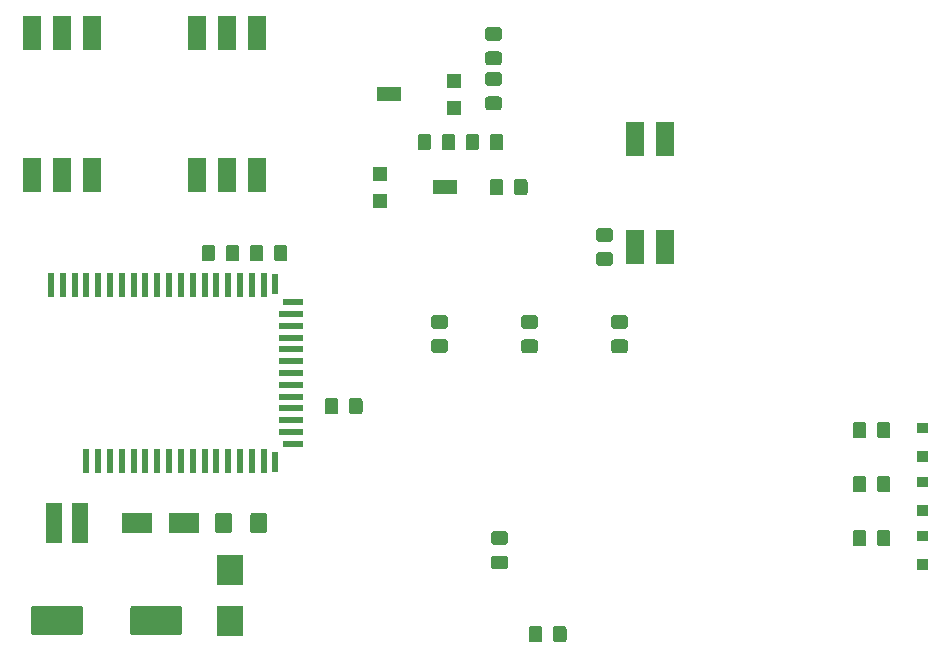
<source format=gtp>
G04 #@! TF.GenerationSoftware,KiCad,Pcbnew,5.1.5+dfsg1-2*
G04 #@! TF.CreationDate,2020-01-25T18:55:07+01:00*
G04 #@! TF.ProjectId,bt-trx-dev-board,62742d74-7278-42d6-9465-762d626f6172,5.0*
G04 #@! TF.SameCoordinates,Original*
G04 #@! TF.FileFunction,Paste,Top*
G04 #@! TF.FilePolarity,Positive*
%FSLAX46Y46*%
G04 Gerber Fmt 4.6, Leading zero omitted, Abs format (unit mm)*
G04 Created by KiCad (PCBNEW 5.1.5+dfsg1-2) date 2020-01-25 18:55:07*
%MOMM*%
%LPD*%
G04 APERTURE LIST*
%ADD10R,1.500000X3.000000*%
%ADD11R,0.600000X1.750000*%
%ADD12R,0.600000X2.000000*%
%ADD13R,1.750000X0.600000*%
%ADD14R,2.000000X0.600000*%
%ADD15C,0.150000*%
%ADD16R,2.500000X1.800000*%
%ADD17R,2.300000X2.500000*%
%ADD18R,1.350000X3.400000*%
%ADD19R,1.300000X1.300000*%
%ADD20R,2.000000X1.300000*%
G04 APERTURE END LIST*
D10*
X172974000Y-77200000D03*
X175514000Y-77200000D03*
X175514000Y-86360000D03*
X172974000Y-86360000D03*
X135890000Y-68264000D03*
X138430000Y-68264000D03*
X140970000Y-68264000D03*
X140970000Y-80264000D03*
X138430000Y-80264000D03*
X135890000Y-80264000D03*
X121920000Y-68264000D03*
X124460000Y-68264000D03*
X127000000Y-68264000D03*
X127000000Y-80264000D03*
X124460000Y-80264000D03*
X121920000Y-80264000D03*
D11*
X142569000Y-104590500D03*
D12*
X141569000Y-104465500D03*
X140569000Y-104465500D03*
X139569000Y-104465500D03*
X138569000Y-104465500D03*
X136569000Y-104465500D03*
X137569000Y-104465500D03*
X135569000Y-104465500D03*
X130569000Y-104465500D03*
X132569000Y-104465500D03*
X131569000Y-104465500D03*
X133569000Y-104465500D03*
X134569000Y-104465500D03*
X127569000Y-104465500D03*
X129569000Y-104465500D03*
X128569000Y-104465500D03*
X126569000Y-104465500D03*
D13*
X144024000Y-103015500D03*
D14*
X143899000Y-96015500D03*
X143899000Y-98015500D03*
X143899000Y-95015500D03*
X143899000Y-97015500D03*
X143899000Y-102015500D03*
X143899000Y-92015500D03*
X143899000Y-100015500D03*
X143899000Y-99015500D03*
X143899000Y-101015500D03*
X143899000Y-94015500D03*
X143899000Y-93015500D03*
D13*
X144024000Y-91015500D03*
D12*
X132569000Y-89565500D03*
X130569000Y-89565500D03*
X140569000Y-89565500D03*
X133569000Y-89565500D03*
X131569000Y-89565500D03*
X126569000Y-89565500D03*
D11*
X142569000Y-89440500D03*
D12*
X136569000Y-89565500D03*
X138569000Y-89565500D03*
X128569000Y-89565500D03*
X129569000Y-89565500D03*
X127569000Y-89565500D03*
X134569000Y-89565500D03*
X139569000Y-89565500D03*
X141569000Y-89565500D03*
X135569000Y-89565500D03*
X137569000Y-89565500D03*
X123569000Y-89565500D03*
X125569000Y-89565500D03*
X124569000Y-89565500D03*
D15*
G36*
X161639505Y-80581204D02*
G01*
X161663773Y-80584804D01*
X161687572Y-80590765D01*
X161710671Y-80599030D01*
X161732850Y-80609520D01*
X161753893Y-80622132D01*
X161773599Y-80636747D01*
X161791777Y-80653223D01*
X161808253Y-80671401D01*
X161822868Y-80691107D01*
X161835480Y-80712150D01*
X161845970Y-80734329D01*
X161854235Y-80757428D01*
X161860196Y-80781227D01*
X161863796Y-80805495D01*
X161865000Y-80829999D01*
X161865000Y-81730001D01*
X161863796Y-81754505D01*
X161860196Y-81778773D01*
X161854235Y-81802572D01*
X161845970Y-81825671D01*
X161835480Y-81847850D01*
X161822868Y-81868893D01*
X161808253Y-81888599D01*
X161791777Y-81906777D01*
X161773599Y-81923253D01*
X161753893Y-81937868D01*
X161732850Y-81950480D01*
X161710671Y-81960970D01*
X161687572Y-81969235D01*
X161663773Y-81975196D01*
X161639505Y-81978796D01*
X161615001Y-81980000D01*
X160964999Y-81980000D01*
X160940495Y-81978796D01*
X160916227Y-81975196D01*
X160892428Y-81969235D01*
X160869329Y-81960970D01*
X160847150Y-81950480D01*
X160826107Y-81937868D01*
X160806401Y-81923253D01*
X160788223Y-81906777D01*
X160771747Y-81888599D01*
X160757132Y-81868893D01*
X160744520Y-81847850D01*
X160734030Y-81825671D01*
X160725765Y-81802572D01*
X160719804Y-81778773D01*
X160716204Y-81754505D01*
X160715000Y-81730001D01*
X160715000Y-80829999D01*
X160716204Y-80805495D01*
X160719804Y-80781227D01*
X160725765Y-80757428D01*
X160734030Y-80734329D01*
X160744520Y-80712150D01*
X160757132Y-80691107D01*
X160771747Y-80671401D01*
X160788223Y-80653223D01*
X160806401Y-80636747D01*
X160826107Y-80622132D01*
X160847150Y-80609520D01*
X160869329Y-80599030D01*
X160892428Y-80590765D01*
X160916227Y-80584804D01*
X160940495Y-80581204D01*
X160964999Y-80580000D01*
X161615001Y-80580000D01*
X161639505Y-80581204D01*
G37*
G36*
X163689505Y-80581204D02*
G01*
X163713773Y-80584804D01*
X163737572Y-80590765D01*
X163760671Y-80599030D01*
X163782850Y-80609520D01*
X163803893Y-80622132D01*
X163823599Y-80636747D01*
X163841777Y-80653223D01*
X163858253Y-80671401D01*
X163872868Y-80691107D01*
X163885480Y-80712150D01*
X163895970Y-80734329D01*
X163904235Y-80757428D01*
X163910196Y-80781227D01*
X163913796Y-80805495D01*
X163915000Y-80829999D01*
X163915000Y-81730001D01*
X163913796Y-81754505D01*
X163910196Y-81778773D01*
X163904235Y-81802572D01*
X163895970Y-81825671D01*
X163885480Y-81847850D01*
X163872868Y-81868893D01*
X163858253Y-81888599D01*
X163841777Y-81906777D01*
X163823599Y-81923253D01*
X163803893Y-81937868D01*
X163782850Y-81950480D01*
X163760671Y-81960970D01*
X163737572Y-81969235D01*
X163713773Y-81975196D01*
X163689505Y-81978796D01*
X163665001Y-81980000D01*
X163014999Y-81980000D01*
X162990495Y-81978796D01*
X162966227Y-81975196D01*
X162942428Y-81969235D01*
X162919329Y-81960970D01*
X162897150Y-81950480D01*
X162876107Y-81937868D01*
X162856401Y-81923253D01*
X162838223Y-81906777D01*
X162821747Y-81888599D01*
X162807132Y-81868893D01*
X162794520Y-81847850D01*
X162784030Y-81825671D01*
X162775765Y-81802572D01*
X162769804Y-81778773D01*
X162766204Y-81754505D01*
X162765000Y-81730001D01*
X162765000Y-80829999D01*
X162766204Y-80805495D01*
X162769804Y-80781227D01*
X162775765Y-80757428D01*
X162784030Y-80734329D01*
X162794520Y-80712150D01*
X162807132Y-80691107D01*
X162821747Y-80671401D01*
X162838223Y-80653223D01*
X162856401Y-80636747D01*
X162876107Y-80622132D01*
X162897150Y-80609520D01*
X162919329Y-80599030D01*
X162942428Y-80590765D01*
X162966227Y-80584804D01*
X162990495Y-80581204D01*
X163014999Y-80580000D01*
X163665001Y-80580000D01*
X163689505Y-80581204D01*
G37*
G36*
X161510505Y-69793204D02*
G01*
X161534773Y-69796804D01*
X161558572Y-69802765D01*
X161581671Y-69811030D01*
X161603850Y-69821520D01*
X161624893Y-69834132D01*
X161644599Y-69848747D01*
X161662777Y-69865223D01*
X161679253Y-69883401D01*
X161693868Y-69903107D01*
X161706480Y-69924150D01*
X161716970Y-69946329D01*
X161725235Y-69969428D01*
X161731196Y-69993227D01*
X161734796Y-70017495D01*
X161736000Y-70041999D01*
X161736000Y-70692001D01*
X161734796Y-70716505D01*
X161731196Y-70740773D01*
X161725235Y-70764572D01*
X161716970Y-70787671D01*
X161706480Y-70809850D01*
X161693868Y-70830893D01*
X161679253Y-70850599D01*
X161662777Y-70868777D01*
X161644599Y-70885253D01*
X161624893Y-70899868D01*
X161603850Y-70912480D01*
X161581671Y-70922970D01*
X161558572Y-70931235D01*
X161534773Y-70937196D01*
X161510505Y-70940796D01*
X161486001Y-70942000D01*
X160585999Y-70942000D01*
X160561495Y-70940796D01*
X160537227Y-70937196D01*
X160513428Y-70931235D01*
X160490329Y-70922970D01*
X160468150Y-70912480D01*
X160447107Y-70899868D01*
X160427401Y-70885253D01*
X160409223Y-70868777D01*
X160392747Y-70850599D01*
X160378132Y-70830893D01*
X160365520Y-70809850D01*
X160355030Y-70787671D01*
X160346765Y-70764572D01*
X160340804Y-70740773D01*
X160337204Y-70716505D01*
X160336000Y-70692001D01*
X160336000Y-70041999D01*
X160337204Y-70017495D01*
X160340804Y-69993227D01*
X160346765Y-69969428D01*
X160355030Y-69946329D01*
X160365520Y-69924150D01*
X160378132Y-69903107D01*
X160392747Y-69883401D01*
X160409223Y-69865223D01*
X160427401Y-69848747D01*
X160447107Y-69834132D01*
X160468150Y-69821520D01*
X160490329Y-69811030D01*
X160513428Y-69802765D01*
X160537227Y-69796804D01*
X160561495Y-69793204D01*
X160585999Y-69792000D01*
X161486001Y-69792000D01*
X161510505Y-69793204D01*
G37*
G36*
X161510505Y-67743204D02*
G01*
X161534773Y-67746804D01*
X161558572Y-67752765D01*
X161581671Y-67761030D01*
X161603850Y-67771520D01*
X161624893Y-67784132D01*
X161644599Y-67798747D01*
X161662777Y-67815223D01*
X161679253Y-67833401D01*
X161693868Y-67853107D01*
X161706480Y-67874150D01*
X161716970Y-67896329D01*
X161725235Y-67919428D01*
X161731196Y-67943227D01*
X161734796Y-67967495D01*
X161736000Y-67991999D01*
X161736000Y-68642001D01*
X161734796Y-68666505D01*
X161731196Y-68690773D01*
X161725235Y-68714572D01*
X161716970Y-68737671D01*
X161706480Y-68759850D01*
X161693868Y-68780893D01*
X161679253Y-68800599D01*
X161662777Y-68818777D01*
X161644599Y-68835253D01*
X161624893Y-68849868D01*
X161603850Y-68862480D01*
X161581671Y-68872970D01*
X161558572Y-68881235D01*
X161534773Y-68887196D01*
X161510505Y-68890796D01*
X161486001Y-68892000D01*
X160585999Y-68892000D01*
X160561495Y-68890796D01*
X160537227Y-68887196D01*
X160513428Y-68881235D01*
X160490329Y-68872970D01*
X160468150Y-68862480D01*
X160447107Y-68849868D01*
X160427401Y-68835253D01*
X160409223Y-68818777D01*
X160392747Y-68800599D01*
X160378132Y-68780893D01*
X160365520Y-68759850D01*
X160355030Y-68737671D01*
X160346765Y-68714572D01*
X160340804Y-68690773D01*
X160337204Y-68666505D01*
X160336000Y-68642001D01*
X160336000Y-67991999D01*
X160337204Y-67967495D01*
X160340804Y-67943227D01*
X160346765Y-67919428D01*
X160355030Y-67896329D01*
X160365520Y-67874150D01*
X160378132Y-67853107D01*
X160392747Y-67833401D01*
X160409223Y-67815223D01*
X160427401Y-67798747D01*
X160447107Y-67784132D01*
X160468150Y-67771520D01*
X160490329Y-67761030D01*
X160513428Y-67752765D01*
X160537227Y-67746804D01*
X160561495Y-67743204D01*
X160585999Y-67742000D01*
X161486001Y-67742000D01*
X161510505Y-67743204D01*
G37*
G36*
X157575505Y-76771204D02*
G01*
X157599773Y-76774804D01*
X157623572Y-76780765D01*
X157646671Y-76789030D01*
X157668850Y-76799520D01*
X157689893Y-76812132D01*
X157709599Y-76826747D01*
X157727777Y-76843223D01*
X157744253Y-76861401D01*
X157758868Y-76881107D01*
X157771480Y-76902150D01*
X157781970Y-76924329D01*
X157790235Y-76947428D01*
X157796196Y-76971227D01*
X157799796Y-76995495D01*
X157801000Y-77019999D01*
X157801000Y-77920001D01*
X157799796Y-77944505D01*
X157796196Y-77968773D01*
X157790235Y-77992572D01*
X157781970Y-78015671D01*
X157771480Y-78037850D01*
X157758868Y-78058893D01*
X157744253Y-78078599D01*
X157727777Y-78096777D01*
X157709599Y-78113253D01*
X157689893Y-78127868D01*
X157668850Y-78140480D01*
X157646671Y-78150970D01*
X157623572Y-78159235D01*
X157599773Y-78165196D01*
X157575505Y-78168796D01*
X157551001Y-78170000D01*
X156900999Y-78170000D01*
X156876495Y-78168796D01*
X156852227Y-78165196D01*
X156828428Y-78159235D01*
X156805329Y-78150970D01*
X156783150Y-78140480D01*
X156762107Y-78127868D01*
X156742401Y-78113253D01*
X156724223Y-78096777D01*
X156707747Y-78078599D01*
X156693132Y-78058893D01*
X156680520Y-78037850D01*
X156670030Y-78015671D01*
X156661765Y-77992572D01*
X156655804Y-77968773D01*
X156652204Y-77944505D01*
X156651000Y-77920001D01*
X156651000Y-77019999D01*
X156652204Y-76995495D01*
X156655804Y-76971227D01*
X156661765Y-76947428D01*
X156670030Y-76924329D01*
X156680520Y-76902150D01*
X156693132Y-76881107D01*
X156707747Y-76861401D01*
X156724223Y-76843223D01*
X156742401Y-76826747D01*
X156762107Y-76812132D01*
X156783150Y-76799520D01*
X156805329Y-76789030D01*
X156828428Y-76780765D01*
X156852227Y-76774804D01*
X156876495Y-76771204D01*
X156900999Y-76770000D01*
X157551001Y-76770000D01*
X157575505Y-76771204D01*
G37*
G36*
X155525505Y-76771204D02*
G01*
X155549773Y-76774804D01*
X155573572Y-76780765D01*
X155596671Y-76789030D01*
X155618850Y-76799520D01*
X155639893Y-76812132D01*
X155659599Y-76826747D01*
X155677777Y-76843223D01*
X155694253Y-76861401D01*
X155708868Y-76881107D01*
X155721480Y-76902150D01*
X155731970Y-76924329D01*
X155740235Y-76947428D01*
X155746196Y-76971227D01*
X155749796Y-76995495D01*
X155751000Y-77019999D01*
X155751000Y-77920001D01*
X155749796Y-77944505D01*
X155746196Y-77968773D01*
X155740235Y-77992572D01*
X155731970Y-78015671D01*
X155721480Y-78037850D01*
X155708868Y-78058893D01*
X155694253Y-78078599D01*
X155677777Y-78096777D01*
X155659599Y-78113253D01*
X155639893Y-78127868D01*
X155618850Y-78140480D01*
X155596671Y-78150970D01*
X155573572Y-78159235D01*
X155549773Y-78165196D01*
X155525505Y-78168796D01*
X155501001Y-78170000D01*
X154850999Y-78170000D01*
X154826495Y-78168796D01*
X154802227Y-78165196D01*
X154778428Y-78159235D01*
X154755329Y-78150970D01*
X154733150Y-78140480D01*
X154712107Y-78127868D01*
X154692401Y-78113253D01*
X154674223Y-78096777D01*
X154657747Y-78078599D01*
X154643132Y-78058893D01*
X154630520Y-78037850D01*
X154620030Y-78015671D01*
X154611765Y-77992572D01*
X154605804Y-77968773D01*
X154602204Y-77944505D01*
X154601000Y-77920001D01*
X154601000Y-77019999D01*
X154602204Y-76995495D01*
X154605804Y-76971227D01*
X154611765Y-76947428D01*
X154620030Y-76924329D01*
X154630520Y-76902150D01*
X154643132Y-76881107D01*
X154657747Y-76861401D01*
X154674223Y-76843223D01*
X154692401Y-76826747D01*
X154712107Y-76812132D01*
X154733150Y-76799520D01*
X154755329Y-76789030D01*
X154778428Y-76780765D01*
X154802227Y-76774804D01*
X154826495Y-76771204D01*
X154850999Y-76770000D01*
X155501001Y-76770000D01*
X155525505Y-76771204D01*
G37*
G36*
X134444504Y-116734204D02*
G01*
X134468773Y-116737804D01*
X134492571Y-116743765D01*
X134515671Y-116752030D01*
X134537849Y-116762520D01*
X134558893Y-116775133D01*
X134578598Y-116789747D01*
X134596777Y-116806223D01*
X134613253Y-116824402D01*
X134627867Y-116844107D01*
X134640480Y-116865151D01*
X134650970Y-116887329D01*
X134659235Y-116910429D01*
X134665196Y-116934227D01*
X134668796Y-116958496D01*
X134670000Y-116983000D01*
X134670000Y-118983000D01*
X134668796Y-119007504D01*
X134665196Y-119031773D01*
X134659235Y-119055571D01*
X134650970Y-119078671D01*
X134640480Y-119100849D01*
X134627867Y-119121893D01*
X134613253Y-119141598D01*
X134596777Y-119159777D01*
X134578598Y-119176253D01*
X134558893Y-119190867D01*
X134537849Y-119203480D01*
X134515671Y-119213970D01*
X134492571Y-119222235D01*
X134468773Y-119228196D01*
X134444504Y-119231796D01*
X134420000Y-119233000D01*
X130520000Y-119233000D01*
X130495496Y-119231796D01*
X130471227Y-119228196D01*
X130447429Y-119222235D01*
X130424329Y-119213970D01*
X130402151Y-119203480D01*
X130381107Y-119190867D01*
X130361402Y-119176253D01*
X130343223Y-119159777D01*
X130326747Y-119141598D01*
X130312133Y-119121893D01*
X130299520Y-119100849D01*
X130289030Y-119078671D01*
X130280765Y-119055571D01*
X130274804Y-119031773D01*
X130271204Y-119007504D01*
X130270000Y-118983000D01*
X130270000Y-116983000D01*
X130271204Y-116958496D01*
X130274804Y-116934227D01*
X130280765Y-116910429D01*
X130289030Y-116887329D01*
X130299520Y-116865151D01*
X130312133Y-116844107D01*
X130326747Y-116824402D01*
X130343223Y-116806223D01*
X130361402Y-116789747D01*
X130381107Y-116775133D01*
X130402151Y-116762520D01*
X130424329Y-116752030D01*
X130447429Y-116743765D01*
X130471227Y-116737804D01*
X130495496Y-116734204D01*
X130520000Y-116733000D01*
X134420000Y-116733000D01*
X134444504Y-116734204D01*
G37*
G36*
X126044504Y-116734204D02*
G01*
X126068773Y-116737804D01*
X126092571Y-116743765D01*
X126115671Y-116752030D01*
X126137849Y-116762520D01*
X126158893Y-116775133D01*
X126178598Y-116789747D01*
X126196777Y-116806223D01*
X126213253Y-116824402D01*
X126227867Y-116844107D01*
X126240480Y-116865151D01*
X126250970Y-116887329D01*
X126259235Y-116910429D01*
X126265196Y-116934227D01*
X126268796Y-116958496D01*
X126270000Y-116983000D01*
X126270000Y-118983000D01*
X126268796Y-119007504D01*
X126265196Y-119031773D01*
X126259235Y-119055571D01*
X126250970Y-119078671D01*
X126240480Y-119100849D01*
X126227867Y-119121893D01*
X126213253Y-119141598D01*
X126196777Y-119159777D01*
X126178598Y-119176253D01*
X126158893Y-119190867D01*
X126137849Y-119203480D01*
X126115671Y-119213970D01*
X126092571Y-119222235D01*
X126068773Y-119228196D01*
X126044504Y-119231796D01*
X126020000Y-119233000D01*
X122120000Y-119233000D01*
X122095496Y-119231796D01*
X122071227Y-119228196D01*
X122047429Y-119222235D01*
X122024329Y-119213970D01*
X122002151Y-119203480D01*
X121981107Y-119190867D01*
X121961402Y-119176253D01*
X121943223Y-119159777D01*
X121926747Y-119141598D01*
X121912133Y-119121893D01*
X121899520Y-119100849D01*
X121889030Y-119078671D01*
X121880765Y-119055571D01*
X121874804Y-119031773D01*
X121871204Y-119007504D01*
X121870000Y-118983000D01*
X121870000Y-116983000D01*
X121871204Y-116958496D01*
X121874804Y-116934227D01*
X121880765Y-116910429D01*
X121889030Y-116887329D01*
X121899520Y-116865151D01*
X121912133Y-116844107D01*
X121926747Y-116824402D01*
X121943223Y-116806223D01*
X121961402Y-116789747D01*
X121981107Y-116775133D01*
X122002151Y-116762520D01*
X122024329Y-116752030D01*
X122047429Y-116743765D01*
X122071227Y-116737804D01*
X122095496Y-116734204D01*
X122120000Y-116733000D01*
X126020000Y-116733000D01*
X126044504Y-116734204D01*
G37*
G36*
X197776822Y-103620433D02*
G01*
X197785558Y-103621729D01*
X197794126Y-103623875D01*
X197802442Y-103626851D01*
X197810426Y-103630627D01*
X197818001Y-103635168D01*
X197825095Y-103640429D01*
X197831640Y-103646360D01*
X197837571Y-103652905D01*
X197842832Y-103659999D01*
X197847373Y-103667574D01*
X197851149Y-103675558D01*
X197854125Y-103683874D01*
X197856271Y-103692442D01*
X197857567Y-103701178D01*
X197858000Y-103710000D01*
X197858000Y-104430000D01*
X197857567Y-104438822D01*
X197856271Y-104447558D01*
X197854125Y-104456126D01*
X197851149Y-104464442D01*
X197847373Y-104472426D01*
X197842832Y-104480001D01*
X197837571Y-104487095D01*
X197831640Y-104493640D01*
X197825095Y-104499571D01*
X197818001Y-104504832D01*
X197810426Y-104509373D01*
X197802442Y-104513149D01*
X197794126Y-104516125D01*
X197785558Y-104518271D01*
X197776822Y-104519567D01*
X197768000Y-104520000D01*
X196948000Y-104520000D01*
X196939178Y-104519567D01*
X196930442Y-104518271D01*
X196921874Y-104516125D01*
X196913558Y-104513149D01*
X196905574Y-104509373D01*
X196897999Y-104504832D01*
X196890905Y-104499571D01*
X196884360Y-104493640D01*
X196878429Y-104487095D01*
X196873168Y-104480001D01*
X196868627Y-104472426D01*
X196864851Y-104464442D01*
X196861875Y-104456126D01*
X196859729Y-104447558D01*
X196858433Y-104438822D01*
X196858000Y-104430000D01*
X196858000Y-103710000D01*
X196858433Y-103701178D01*
X196859729Y-103692442D01*
X196861875Y-103683874D01*
X196864851Y-103675558D01*
X196868627Y-103667574D01*
X196873168Y-103659999D01*
X196878429Y-103652905D01*
X196884360Y-103646360D01*
X196890905Y-103640429D01*
X196897999Y-103635168D01*
X196905574Y-103630627D01*
X196913558Y-103626851D01*
X196921874Y-103623875D01*
X196930442Y-103621729D01*
X196939178Y-103620433D01*
X196948000Y-103620000D01*
X197768000Y-103620000D01*
X197776822Y-103620433D01*
G37*
G36*
X197776822Y-101220433D02*
G01*
X197785558Y-101221729D01*
X197794126Y-101223875D01*
X197802442Y-101226851D01*
X197810426Y-101230627D01*
X197818001Y-101235168D01*
X197825095Y-101240429D01*
X197831640Y-101246360D01*
X197837571Y-101252905D01*
X197842832Y-101259999D01*
X197847373Y-101267574D01*
X197851149Y-101275558D01*
X197854125Y-101283874D01*
X197856271Y-101292442D01*
X197857567Y-101301178D01*
X197858000Y-101310000D01*
X197858000Y-102030000D01*
X197857567Y-102038822D01*
X197856271Y-102047558D01*
X197854125Y-102056126D01*
X197851149Y-102064442D01*
X197847373Y-102072426D01*
X197842832Y-102080001D01*
X197837571Y-102087095D01*
X197831640Y-102093640D01*
X197825095Y-102099571D01*
X197818001Y-102104832D01*
X197810426Y-102109373D01*
X197802442Y-102113149D01*
X197794126Y-102116125D01*
X197785558Y-102118271D01*
X197776822Y-102119567D01*
X197768000Y-102120000D01*
X196948000Y-102120000D01*
X196939178Y-102119567D01*
X196930442Y-102118271D01*
X196921874Y-102116125D01*
X196913558Y-102113149D01*
X196905574Y-102109373D01*
X196897999Y-102104832D01*
X196890905Y-102099571D01*
X196884360Y-102093640D01*
X196878429Y-102087095D01*
X196873168Y-102080001D01*
X196868627Y-102072426D01*
X196864851Y-102064442D01*
X196861875Y-102056126D01*
X196859729Y-102047558D01*
X196858433Y-102038822D01*
X196858000Y-102030000D01*
X196858000Y-101310000D01*
X196858433Y-101301178D01*
X196859729Y-101292442D01*
X196861875Y-101283874D01*
X196864851Y-101275558D01*
X196868627Y-101267574D01*
X196873168Y-101259999D01*
X196878429Y-101252905D01*
X196884360Y-101246360D01*
X196890905Y-101240429D01*
X196897999Y-101235168D01*
X196905574Y-101230627D01*
X196913558Y-101226851D01*
X196921874Y-101223875D01*
X196930442Y-101221729D01*
X196939178Y-101220433D01*
X196948000Y-101220000D01*
X197768000Y-101220000D01*
X197776822Y-101220433D01*
G37*
D16*
X134810000Y-109728000D03*
X130810000Y-109728000D03*
D17*
X138684000Y-117983000D03*
X138684000Y-113683000D03*
D15*
G36*
X197776822Y-108192433D02*
G01*
X197785558Y-108193729D01*
X197794126Y-108195875D01*
X197802442Y-108198851D01*
X197810426Y-108202627D01*
X197818001Y-108207168D01*
X197825095Y-108212429D01*
X197831640Y-108218360D01*
X197837571Y-108224905D01*
X197842832Y-108231999D01*
X197847373Y-108239574D01*
X197851149Y-108247558D01*
X197854125Y-108255874D01*
X197856271Y-108264442D01*
X197857567Y-108273178D01*
X197858000Y-108282000D01*
X197858000Y-109002000D01*
X197857567Y-109010822D01*
X197856271Y-109019558D01*
X197854125Y-109028126D01*
X197851149Y-109036442D01*
X197847373Y-109044426D01*
X197842832Y-109052001D01*
X197837571Y-109059095D01*
X197831640Y-109065640D01*
X197825095Y-109071571D01*
X197818001Y-109076832D01*
X197810426Y-109081373D01*
X197802442Y-109085149D01*
X197794126Y-109088125D01*
X197785558Y-109090271D01*
X197776822Y-109091567D01*
X197768000Y-109092000D01*
X196948000Y-109092000D01*
X196939178Y-109091567D01*
X196930442Y-109090271D01*
X196921874Y-109088125D01*
X196913558Y-109085149D01*
X196905574Y-109081373D01*
X196897999Y-109076832D01*
X196890905Y-109071571D01*
X196884360Y-109065640D01*
X196878429Y-109059095D01*
X196873168Y-109052001D01*
X196868627Y-109044426D01*
X196864851Y-109036442D01*
X196861875Y-109028126D01*
X196859729Y-109019558D01*
X196858433Y-109010822D01*
X196858000Y-109002000D01*
X196858000Y-108282000D01*
X196858433Y-108273178D01*
X196859729Y-108264442D01*
X196861875Y-108255874D01*
X196864851Y-108247558D01*
X196868627Y-108239574D01*
X196873168Y-108231999D01*
X196878429Y-108224905D01*
X196884360Y-108218360D01*
X196890905Y-108212429D01*
X196897999Y-108207168D01*
X196905574Y-108202627D01*
X196913558Y-108198851D01*
X196921874Y-108195875D01*
X196930442Y-108193729D01*
X196939178Y-108192433D01*
X196948000Y-108192000D01*
X197768000Y-108192000D01*
X197776822Y-108192433D01*
G37*
G36*
X197776822Y-105792433D02*
G01*
X197785558Y-105793729D01*
X197794126Y-105795875D01*
X197802442Y-105798851D01*
X197810426Y-105802627D01*
X197818001Y-105807168D01*
X197825095Y-105812429D01*
X197831640Y-105818360D01*
X197837571Y-105824905D01*
X197842832Y-105831999D01*
X197847373Y-105839574D01*
X197851149Y-105847558D01*
X197854125Y-105855874D01*
X197856271Y-105864442D01*
X197857567Y-105873178D01*
X197858000Y-105882000D01*
X197858000Y-106602000D01*
X197857567Y-106610822D01*
X197856271Y-106619558D01*
X197854125Y-106628126D01*
X197851149Y-106636442D01*
X197847373Y-106644426D01*
X197842832Y-106652001D01*
X197837571Y-106659095D01*
X197831640Y-106665640D01*
X197825095Y-106671571D01*
X197818001Y-106676832D01*
X197810426Y-106681373D01*
X197802442Y-106685149D01*
X197794126Y-106688125D01*
X197785558Y-106690271D01*
X197776822Y-106691567D01*
X197768000Y-106692000D01*
X196948000Y-106692000D01*
X196939178Y-106691567D01*
X196930442Y-106690271D01*
X196921874Y-106688125D01*
X196913558Y-106685149D01*
X196905574Y-106681373D01*
X196897999Y-106676832D01*
X196890905Y-106671571D01*
X196884360Y-106665640D01*
X196878429Y-106659095D01*
X196873168Y-106652001D01*
X196868627Y-106644426D01*
X196864851Y-106636442D01*
X196861875Y-106628126D01*
X196859729Y-106619558D01*
X196858433Y-106610822D01*
X196858000Y-106602000D01*
X196858000Y-105882000D01*
X196858433Y-105873178D01*
X196859729Y-105864442D01*
X196861875Y-105855874D01*
X196864851Y-105847558D01*
X196868627Y-105839574D01*
X196873168Y-105831999D01*
X196878429Y-105824905D01*
X196884360Y-105818360D01*
X196890905Y-105812429D01*
X196897999Y-105807168D01*
X196905574Y-105802627D01*
X196913558Y-105798851D01*
X196921874Y-105795875D01*
X196930442Y-105793729D01*
X196939178Y-105792433D01*
X196948000Y-105792000D01*
X197768000Y-105792000D01*
X197776822Y-105792433D01*
G37*
G36*
X197776822Y-110364433D02*
G01*
X197785558Y-110365729D01*
X197794126Y-110367875D01*
X197802442Y-110370851D01*
X197810426Y-110374627D01*
X197818001Y-110379168D01*
X197825095Y-110384429D01*
X197831640Y-110390360D01*
X197837571Y-110396905D01*
X197842832Y-110403999D01*
X197847373Y-110411574D01*
X197851149Y-110419558D01*
X197854125Y-110427874D01*
X197856271Y-110436442D01*
X197857567Y-110445178D01*
X197858000Y-110454000D01*
X197858000Y-111174000D01*
X197857567Y-111182822D01*
X197856271Y-111191558D01*
X197854125Y-111200126D01*
X197851149Y-111208442D01*
X197847373Y-111216426D01*
X197842832Y-111224001D01*
X197837571Y-111231095D01*
X197831640Y-111237640D01*
X197825095Y-111243571D01*
X197818001Y-111248832D01*
X197810426Y-111253373D01*
X197802442Y-111257149D01*
X197794126Y-111260125D01*
X197785558Y-111262271D01*
X197776822Y-111263567D01*
X197768000Y-111264000D01*
X196948000Y-111264000D01*
X196939178Y-111263567D01*
X196930442Y-111262271D01*
X196921874Y-111260125D01*
X196913558Y-111257149D01*
X196905574Y-111253373D01*
X196897999Y-111248832D01*
X196890905Y-111243571D01*
X196884360Y-111237640D01*
X196878429Y-111231095D01*
X196873168Y-111224001D01*
X196868627Y-111216426D01*
X196864851Y-111208442D01*
X196861875Y-111200126D01*
X196859729Y-111191558D01*
X196858433Y-111182822D01*
X196858000Y-111174000D01*
X196858000Y-110454000D01*
X196858433Y-110445178D01*
X196859729Y-110436442D01*
X196861875Y-110427874D01*
X196864851Y-110419558D01*
X196868627Y-110411574D01*
X196873168Y-110403999D01*
X196878429Y-110396905D01*
X196884360Y-110390360D01*
X196890905Y-110384429D01*
X196897999Y-110379168D01*
X196905574Y-110374627D01*
X196913558Y-110370851D01*
X196921874Y-110367875D01*
X196930442Y-110365729D01*
X196939178Y-110364433D01*
X196948000Y-110364000D01*
X197768000Y-110364000D01*
X197776822Y-110364433D01*
G37*
G36*
X197776822Y-112764433D02*
G01*
X197785558Y-112765729D01*
X197794126Y-112767875D01*
X197802442Y-112770851D01*
X197810426Y-112774627D01*
X197818001Y-112779168D01*
X197825095Y-112784429D01*
X197831640Y-112790360D01*
X197837571Y-112796905D01*
X197842832Y-112803999D01*
X197847373Y-112811574D01*
X197851149Y-112819558D01*
X197854125Y-112827874D01*
X197856271Y-112836442D01*
X197857567Y-112845178D01*
X197858000Y-112854000D01*
X197858000Y-113574000D01*
X197857567Y-113582822D01*
X197856271Y-113591558D01*
X197854125Y-113600126D01*
X197851149Y-113608442D01*
X197847373Y-113616426D01*
X197842832Y-113624001D01*
X197837571Y-113631095D01*
X197831640Y-113637640D01*
X197825095Y-113643571D01*
X197818001Y-113648832D01*
X197810426Y-113653373D01*
X197802442Y-113657149D01*
X197794126Y-113660125D01*
X197785558Y-113662271D01*
X197776822Y-113663567D01*
X197768000Y-113664000D01*
X196948000Y-113664000D01*
X196939178Y-113663567D01*
X196930442Y-113662271D01*
X196921874Y-113660125D01*
X196913558Y-113657149D01*
X196905574Y-113653373D01*
X196897999Y-113648832D01*
X196890905Y-113643571D01*
X196884360Y-113637640D01*
X196878429Y-113631095D01*
X196873168Y-113624001D01*
X196868627Y-113616426D01*
X196864851Y-113608442D01*
X196861875Y-113600126D01*
X196859729Y-113591558D01*
X196858433Y-113582822D01*
X196858000Y-113574000D01*
X196858000Y-112854000D01*
X196858433Y-112845178D01*
X196859729Y-112836442D01*
X196861875Y-112827874D01*
X196864851Y-112819558D01*
X196868627Y-112811574D01*
X196873168Y-112803999D01*
X196878429Y-112796905D01*
X196884360Y-112790360D01*
X196890905Y-112784429D01*
X196897999Y-112779168D01*
X196905574Y-112774627D01*
X196913558Y-112770851D01*
X196921874Y-112767875D01*
X196930442Y-112765729D01*
X196939178Y-112764433D01*
X196948000Y-112764000D01*
X197768000Y-112764000D01*
X197776822Y-112764433D01*
G37*
G36*
X138663004Y-108854204D02*
G01*
X138687273Y-108857804D01*
X138711071Y-108863765D01*
X138734171Y-108872030D01*
X138756349Y-108882520D01*
X138777393Y-108895133D01*
X138797098Y-108909747D01*
X138815277Y-108926223D01*
X138831753Y-108944402D01*
X138846367Y-108964107D01*
X138858980Y-108985151D01*
X138869470Y-109007329D01*
X138877735Y-109030429D01*
X138883696Y-109054227D01*
X138887296Y-109078496D01*
X138888500Y-109103000D01*
X138888500Y-110353000D01*
X138887296Y-110377504D01*
X138883696Y-110401773D01*
X138877735Y-110425571D01*
X138869470Y-110448671D01*
X138858980Y-110470849D01*
X138846367Y-110491893D01*
X138831753Y-110511598D01*
X138815277Y-110529777D01*
X138797098Y-110546253D01*
X138777393Y-110560867D01*
X138756349Y-110573480D01*
X138734171Y-110583970D01*
X138711071Y-110592235D01*
X138687273Y-110598196D01*
X138663004Y-110601796D01*
X138638500Y-110603000D01*
X137713500Y-110603000D01*
X137688996Y-110601796D01*
X137664727Y-110598196D01*
X137640929Y-110592235D01*
X137617829Y-110583970D01*
X137595651Y-110573480D01*
X137574607Y-110560867D01*
X137554902Y-110546253D01*
X137536723Y-110529777D01*
X137520247Y-110511598D01*
X137505633Y-110491893D01*
X137493020Y-110470849D01*
X137482530Y-110448671D01*
X137474265Y-110425571D01*
X137468304Y-110401773D01*
X137464704Y-110377504D01*
X137463500Y-110353000D01*
X137463500Y-109103000D01*
X137464704Y-109078496D01*
X137468304Y-109054227D01*
X137474265Y-109030429D01*
X137482530Y-109007329D01*
X137493020Y-108985151D01*
X137505633Y-108964107D01*
X137520247Y-108944402D01*
X137536723Y-108926223D01*
X137554902Y-108909747D01*
X137574607Y-108895133D01*
X137595651Y-108882520D01*
X137617829Y-108872030D01*
X137640929Y-108863765D01*
X137664727Y-108857804D01*
X137688996Y-108854204D01*
X137713500Y-108853000D01*
X138638500Y-108853000D01*
X138663004Y-108854204D01*
G37*
G36*
X141638004Y-108854204D02*
G01*
X141662273Y-108857804D01*
X141686071Y-108863765D01*
X141709171Y-108872030D01*
X141731349Y-108882520D01*
X141752393Y-108895133D01*
X141772098Y-108909747D01*
X141790277Y-108926223D01*
X141806753Y-108944402D01*
X141821367Y-108964107D01*
X141833980Y-108985151D01*
X141844470Y-109007329D01*
X141852735Y-109030429D01*
X141858696Y-109054227D01*
X141862296Y-109078496D01*
X141863500Y-109103000D01*
X141863500Y-110353000D01*
X141862296Y-110377504D01*
X141858696Y-110401773D01*
X141852735Y-110425571D01*
X141844470Y-110448671D01*
X141833980Y-110470849D01*
X141821367Y-110491893D01*
X141806753Y-110511598D01*
X141790277Y-110529777D01*
X141772098Y-110546253D01*
X141752393Y-110560867D01*
X141731349Y-110573480D01*
X141709171Y-110583970D01*
X141686071Y-110592235D01*
X141662273Y-110598196D01*
X141638004Y-110601796D01*
X141613500Y-110603000D01*
X140688500Y-110603000D01*
X140663996Y-110601796D01*
X140639727Y-110598196D01*
X140615929Y-110592235D01*
X140592829Y-110583970D01*
X140570651Y-110573480D01*
X140549607Y-110560867D01*
X140529902Y-110546253D01*
X140511723Y-110529777D01*
X140495247Y-110511598D01*
X140480633Y-110491893D01*
X140468020Y-110470849D01*
X140457530Y-110448671D01*
X140449265Y-110425571D01*
X140443304Y-110401773D01*
X140439704Y-110377504D01*
X140438500Y-110353000D01*
X140438500Y-109103000D01*
X140439704Y-109078496D01*
X140443304Y-109054227D01*
X140449265Y-109030429D01*
X140457530Y-109007329D01*
X140468020Y-108985151D01*
X140480633Y-108964107D01*
X140495247Y-108944402D01*
X140511723Y-108926223D01*
X140529902Y-108909747D01*
X140549607Y-108895133D01*
X140570651Y-108882520D01*
X140592829Y-108872030D01*
X140615929Y-108863765D01*
X140639727Y-108857804D01*
X140663996Y-108854204D01*
X140688500Y-108853000D01*
X141613500Y-108853000D01*
X141638004Y-108854204D01*
G37*
G36*
X159589505Y-76771204D02*
G01*
X159613773Y-76774804D01*
X159637572Y-76780765D01*
X159660671Y-76789030D01*
X159682850Y-76799520D01*
X159703893Y-76812132D01*
X159723599Y-76826747D01*
X159741777Y-76843223D01*
X159758253Y-76861401D01*
X159772868Y-76881107D01*
X159785480Y-76902150D01*
X159795970Y-76924329D01*
X159804235Y-76947428D01*
X159810196Y-76971227D01*
X159813796Y-76995495D01*
X159815000Y-77019999D01*
X159815000Y-77920001D01*
X159813796Y-77944505D01*
X159810196Y-77968773D01*
X159804235Y-77992572D01*
X159795970Y-78015671D01*
X159785480Y-78037850D01*
X159772868Y-78058893D01*
X159758253Y-78078599D01*
X159741777Y-78096777D01*
X159723599Y-78113253D01*
X159703893Y-78127868D01*
X159682850Y-78140480D01*
X159660671Y-78150970D01*
X159637572Y-78159235D01*
X159613773Y-78165196D01*
X159589505Y-78168796D01*
X159565001Y-78170000D01*
X158914999Y-78170000D01*
X158890495Y-78168796D01*
X158866227Y-78165196D01*
X158842428Y-78159235D01*
X158819329Y-78150970D01*
X158797150Y-78140480D01*
X158776107Y-78127868D01*
X158756401Y-78113253D01*
X158738223Y-78096777D01*
X158721747Y-78078599D01*
X158707132Y-78058893D01*
X158694520Y-78037850D01*
X158684030Y-78015671D01*
X158675765Y-77992572D01*
X158669804Y-77968773D01*
X158666204Y-77944505D01*
X158665000Y-77920001D01*
X158665000Y-77019999D01*
X158666204Y-76995495D01*
X158669804Y-76971227D01*
X158675765Y-76947428D01*
X158684030Y-76924329D01*
X158694520Y-76902150D01*
X158707132Y-76881107D01*
X158721747Y-76861401D01*
X158738223Y-76843223D01*
X158756401Y-76826747D01*
X158776107Y-76812132D01*
X158797150Y-76799520D01*
X158819329Y-76789030D01*
X158842428Y-76780765D01*
X158866227Y-76774804D01*
X158890495Y-76771204D01*
X158914999Y-76770000D01*
X159565001Y-76770000D01*
X159589505Y-76771204D01*
G37*
G36*
X161639505Y-76771204D02*
G01*
X161663773Y-76774804D01*
X161687572Y-76780765D01*
X161710671Y-76789030D01*
X161732850Y-76799520D01*
X161753893Y-76812132D01*
X161773599Y-76826747D01*
X161791777Y-76843223D01*
X161808253Y-76861401D01*
X161822868Y-76881107D01*
X161835480Y-76902150D01*
X161845970Y-76924329D01*
X161854235Y-76947428D01*
X161860196Y-76971227D01*
X161863796Y-76995495D01*
X161865000Y-77019999D01*
X161865000Y-77920001D01*
X161863796Y-77944505D01*
X161860196Y-77968773D01*
X161854235Y-77992572D01*
X161845970Y-78015671D01*
X161835480Y-78037850D01*
X161822868Y-78058893D01*
X161808253Y-78078599D01*
X161791777Y-78096777D01*
X161773599Y-78113253D01*
X161753893Y-78127868D01*
X161732850Y-78140480D01*
X161710671Y-78150970D01*
X161687572Y-78159235D01*
X161663773Y-78165196D01*
X161639505Y-78168796D01*
X161615001Y-78170000D01*
X160964999Y-78170000D01*
X160940495Y-78168796D01*
X160916227Y-78165196D01*
X160892428Y-78159235D01*
X160869329Y-78150970D01*
X160847150Y-78140480D01*
X160826107Y-78127868D01*
X160806401Y-78113253D01*
X160788223Y-78096777D01*
X160771747Y-78078599D01*
X160757132Y-78058893D01*
X160744520Y-78037850D01*
X160734030Y-78015671D01*
X160725765Y-77992572D01*
X160719804Y-77968773D01*
X160716204Y-77944505D01*
X160715000Y-77920001D01*
X160715000Y-77019999D01*
X160716204Y-76995495D01*
X160719804Y-76971227D01*
X160725765Y-76947428D01*
X160734030Y-76924329D01*
X160744520Y-76902150D01*
X160757132Y-76881107D01*
X160771747Y-76861401D01*
X160788223Y-76843223D01*
X160806401Y-76826747D01*
X160826107Y-76812132D01*
X160847150Y-76799520D01*
X160869329Y-76789030D01*
X160892428Y-76780765D01*
X160916227Y-76774804D01*
X160940495Y-76771204D01*
X160964999Y-76770000D01*
X161615001Y-76770000D01*
X161639505Y-76771204D01*
G37*
G36*
X161510505Y-73603204D02*
G01*
X161534773Y-73606804D01*
X161558572Y-73612765D01*
X161581671Y-73621030D01*
X161603850Y-73631520D01*
X161624893Y-73644132D01*
X161644599Y-73658747D01*
X161662777Y-73675223D01*
X161679253Y-73693401D01*
X161693868Y-73713107D01*
X161706480Y-73734150D01*
X161716970Y-73756329D01*
X161725235Y-73779428D01*
X161731196Y-73803227D01*
X161734796Y-73827495D01*
X161736000Y-73851999D01*
X161736000Y-74502001D01*
X161734796Y-74526505D01*
X161731196Y-74550773D01*
X161725235Y-74574572D01*
X161716970Y-74597671D01*
X161706480Y-74619850D01*
X161693868Y-74640893D01*
X161679253Y-74660599D01*
X161662777Y-74678777D01*
X161644599Y-74695253D01*
X161624893Y-74709868D01*
X161603850Y-74722480D01*
X161581671Y-74732970D01*
X161558572Y-74741235D01*
X161534773Y-74747196D01*
X161510505Y-74750796D01*
X161486001Y-74752000D01*
X160585999Y-74752000D01*
X160561495Y-74750796D01*
X160537227Y-74747196D01*
X160513428Y-74741235D01*
X160490329Y-74732970D01*
X160468150Y-74722480D01*
X160447107Y-74709868D01*
X160427401Y-74695253D01*
X160409223Y-74678777D01*
X160392747Y-74660599D01*
X160378132Y-74640893D01*
X160365520Y-74619850D01*
X160355030Y-74597671D01*
X160346765Y-74574572D01*
X160340804Y-74550773D01*
X160337204Y-74526505D01*
X160336000Y-74502001D01*
X160336000Y-73851999D01*
X160337204Y-73827495D01*
X160340804Y-73803227D01*
X160346765Y-73779428D01*
X160355030Y-73756329D01*
X160365520Y-73734150D01*
X160378132Y-73713107D01*
X160392747Y-73693401D01*
X160409223Y-73675223D01*
X160427401Y-73658747D01*
X160447107Y-73644132D01*
X160468150Y-73631520D01*
X160490329Y-73621030D01*
X160513428Y-73612765D01*
X160537227Y-73606804D01*
X160561495Y-73603204D01*
X160585999Y-73602000D01*
X161486001Y-73602000D01*
X161510505Y-73603204D01*
G37*
G36*
X161510505Y-71553204D02*
G01*
X161534773Y-71556804D01*
X161558572Y-71562765D01*
X161581671Y-71571030D01*
X161603850Y-71581520D01*
X161624893Y-71594132D01*
X161644599Y-71608747D01*
X161662777Y-71625223D01*
X161679253Y-71643401D01*
X161693868Y-71663107D01*
X161706480Y-71684150D01*
X161716970Y-71706329D01*
X161725235Y-71729428D01*
X161731196Y-71753227D01*
X161734796Y-71777495D01*
X161736000Y-71801999D01*
X161736000Y-72452001D01*
X161734796Y-72476505D01*
X161731196Y-72500773D01*
X161725235Y-72524572D01*
X161716970Y-72547671D01*
X161706480Y-72569850D01*
X161693868Y-72590893D01*
X161679253Y-72610599D01*
X161662777Y-72628777D01*
X161644599Y-72645253D01*
X161624893Y-72659868D01*
X161603850Y-72672480D01*
X161581671Y-72682970D01*
X161558572Y-72691235D01*
X161534773Y-72697196D01*
X161510505Y-72700796D01*
X161486001Y-72702000D01*
X160585999Y-72702000D01*
X160561495Y-72700796D01*
X160537227Y-72697196D01*
X160513428Y-72691235D01*
X160490329Y-72682970D01*
X160468150Y-72672480D01*
X160447107Y-72659868D01*
X160427401Y-72645253D01*
X160409223Y-72628777D01*
X160392747Y-72610599D01*
X160378132Y-72590893D01*
X160365520Y-72569850D01*
X160355030Y-72547671D01*
X160346765Y-72524572D01*
X160340804Y-72500773D01*
X160337204Y-72476505D01*
X160336000Y-72452001D01*
X160336000Y-71801999D01*
X160337204Y-71777495D01*
X160340804Y-71753227D01*
X160346765Y-71729428D01*
X160355030Y-71706329D01*
X160365520Y-71684150D01*
X160378132Y-71663107D01*
X160392747Y-71643401D01*
X160409223Y-71625223D01*
X160427401Y-71608747D01*
X160447107Y-71594132D01*
X160468150Y-71581520D01*
X160490329Y-71571030D01*
X160513428Y-71562765D01*
X160537227Y-71556804D01*
X160561495Y-71553204D01*
X160585999Y-71552000D01*
X161486001Y-71552000D01*
X161510505Y-71553204D01*
G37*
D18*
X123834000Y-109728000D03*
X125984000Y-109728000D03*
D15*
G36*
X166991505Y-118427204D02*
G01*
X167015773Y-118430804D01*
X167039572Y-118436765D01*
X167062671Y-118445030D01*
X167084850Y-118455520D01*
X167105893Y-118468132D01*
X167125599Y-118482747D01*
X167143777Y-118499223D01*
X167160253Y-118517401D01*
X167174868Y-118537107D01*
X167187480Y-118558150D01*
X167197970Y-118580329D01*
X167206235Y-118603428D01*
X167212196Y-118627227D01*
X167215796Y-118651495D01*
X167217000Y-118675999D01*
X167217000Y-119576001D01*
X167215796Y-119600505D01*
X167212196Y-119624773D01*
X167206235Y-119648572D01*
X167197970Y-119671671D01*
X167187480Y-119693850D01*
X167174868Y-119714893D01*
X167160253Y-119734599D01*
X167143777Y-119752777D01*
X167125599Y-119769253D01*
X167105893Y-119783868D01*
X167084850Y-119796480D01*
X167062671Y-119806970D01*
X167039572Y-119815235D01*
X167015773Y-119821196D01*
X166991505Y-119824796D01*
X166967001Y-119826000D01*
X166316999Y-119826000D01*
X166292495Y-119824796D01*
X166268227Y-119821196D01*
X166244428Y-119815235D01*
X166221329Y-119806970D01*
X166199150Y-119796480D01*
X166178107Y-119783868D01*
X166158401Y-119769253D01*
X166140223Y-119752777D01*
X166123747Y-119734599D01*
X166109132Y-119714893D01*
X166096520Y-119693850D01*
X166086030Y-119671671D01*
X166077765Y-119648572D01*
X166071804Y-119624773D01*
X166068204Y-119600505D01*
X166067000Y-119576001D01*
X166067000Y-118675999D01*
X166068204Y-118651495D01*
X166071804Y-118627227D01*
X166077765Y-118603428D01*
X166086030Y-118580329D01*
X166096520Y-118558150D01*
X166109132Y-118537107D01*
X166123747Y-118517401D01*
X166140223Y-118499223D01*
X166158401Y-118482747D01*
X166178107Y-118468132D01*
X166199150Y-118455520D01*
X166221329Y-118445030D01*
X166244428Y-118436765D01*
X166268227Y-118430804D01*
X166292495Y-118427204D01*
X166316999Y-118426000D01*
X166967001Y-118426000D01*
X166991505Y-118427204D01*
G37*
G36*
X164941505Y-118427204D02*
G01*
X164965773Y-118430804D01*
X164989572Y-118436765D01*
X165012671Y-118445030D01*
X165034850Y-118455520D01*
X165055893Y-118468132D01*
X165075599Y-118482747D01*
X165093777Y-118499223D01*
X165110253Y-118517401D01*
X165124868Y-118537107D01*
X165137480Y-118558150D01*
X165147970Y-118580329D01*
X165156235Y-118603428D01*
X165162196Y-118627227D01*
X165165796Y-118651495D01*
X165167000Y-118675999D01*
X165167000Y-119576001D01*
X165165796Y-119600505D01*
X165162196Y-119624773D01*
X165156235Y-119648572D01*
X165147970Y-119671671D01*
X165137480Y-119693850D01*
X165124868Y-119714893D01*
X165110253Y-119734599D01*
X165093777Y-119752777D01*
X165075599Y-119769253D01*
X165055893Y-119783868D01*
X165034850Y-119796480D01*
X165012671Y-119806970D01*
X164989572Y-119815235D01*
X164965773Y-119821196D01*
X164941505Y-119824796D01*
X164917001Y-119826000D01*
X164266999Y-119826000D01*
X164242495Y-119824796D01*
X164218227Y-119821196D01*
X164194428Y-119815235D01*
X164171329Y-119806970D01*
X164149150Y-119796480D01*
X164128107Y-119783868D01*
X164108401Y-119769253D01*
X164090223Y-119752777D01*
X164073747Y-119734599D01*
X164059132Y-119714893D01*
X164046520Y-119693850D01*
X164036030Y-119671671D01*
X164027765Y-119648572D01*
X164021804Y-119624773D01*
X164018204Y-119600505D01*
X164017000Y-119576001D01*
X164017000Y-118675999D01*
X164018204Y-118651495D01*
X164021804Y-118627227D01*
X164027765Y-118603428D01*
X164036030Y-118580329D01*
X164046520Y-118558150D01*
X164059132Y-118537107D01*
X164073747Y-118517401D01*
X164090223Y-118499223D01*
X164108401Y-118482747D01*
X164128107Y-118468132D01*
X164149150Y-118455520D01*
X164171329Y-118445030D01*
X164194428Y-118436765D01*
X164218227Y-118430804D01*
X164242495Y-118427204D01*
X164266999Y-118426000D01*
X164917001Y-118426000D01*
X164941505Y-118427204D01*
G37*
G36*
X194414505Y-101155204D02*
G01*
X194438773Y-101158804D01*
X194462572Y-101164765D01*
X194485671Y-101173030D01*
X194507850Y-101183520D01*
X194528893Y-101196132D01*
X194548599Y-101210747D01*
X194566777Y-101227223D01*
X194583253Y-101245401D01*
X194597868Y-101265107D01*
X194610480Y-101286150D01*
X194620970Y-101308329D01*
X194629235Y-101331428D01*
X194635196Y-101355227D01*
X194638796Y-101379495D01*
X194640000Y-101403999D01*
X194640000Y-102304001D01*
X194638796Y-102328505D01*
X194635196Y-102352773D01*
X194629235Y-102376572D01*
X194620970Y-102399671D01*
X194610480Y-102421850D01*
X194597868Y-102442893D01*
X194583253Y-102462599D01*
X194566777Y-102480777D01*
X194548599Y-102497253D01*
X194528893Y-102511868D01*
X194507850Y-102524480D01*
X194485671Y-102534970D01*
X194462572Y-102543235D01*
X194438773Y-102549196D01*
X194414505Y-102552796D01*
X194390001Y-102554000D01*
X193739999Y-102554000D01*
X193715495Y-102552796D01*
X193691227Y-102549196D01*
X193667428Y-102543235D01*
X193644329Y-102534970D01*
X193622150Y-102524480D01*
X193601107Y-102511868D01*
X193581401Y-102497253D01*
X193563223Y-102480777D01*
X193546747Y-102462599D01*
X193532132Y-102442893D01*
X193519520Y-102421850D01*
X193509030Y-102399671D01*
X193500765Y-102376572D01*
X193494804Y-102352773D01*
X193491204Y-102328505D01*
X193490000Y-102304001D01*
X193490000Y-101403999D01*
X193491204Y-101379495D01*
X193494804Y-101355227D01*
X193500765Y-101331428D01*
X193509030Y-101308329D01*
X193519520Y-101286150D01*
X193532132Y-101265107D01*
X193546747Y-101245401D01*
X193563223Y-101227223D01*
X193581401Y-101210747D01*
X193601107Y-101196132D01*
X193622150Y-101183520D01*
X193644329Y-101173030D01*
X193667428Y-101164765D01*
X193691227Y-101158804D01*
X193715495Y-101155204D01*
X193739999Y-101154000D01*
X194390001Y-101154000D01*
X194414505Y-101155204D01*
G37*
G36*
X192364505Y-101155204D02*
G01*
X192388773Y-101158804D01*
X192412572Y-101164765D01*
X192435671Y-101173030D01*
X192457850Y-101183520D01*
X192478893Y-101196132D01*
X192498599Y-101210747D01*
X192516777Y-101227223D01*
X192533253Y-101245401D01*
X192547868Y-101265107D01*
X192560480Y-101286150D01*
X192570970Y-101308329D01*
X192579235Y-101331428D01*
X192585196Y-101355227D01*
X192588796Y-101379495D01*
X192590000Y-101403999D01*
X192590000Y-102304001D01*
X192588796Y-102328505D01*
X192585196Y-102352773D01*
X192579235Y-102376572D01*
X192570970Y-102399671D01*
X192560480Y-102421850D01*
X192547868Y-102442893D01*
X192533253Y-102462599D01*
X192516777Y-102480777D01*
X192498599Y-102497253D01*
X192478893Y-102511868D01*
X192457850Y-102524480D01*
X192435671Y-102534970D01*
X192412572Y-102543235D01*
X192388773Y-102549196D01*
X192364505Y-102552796D01*
X192340001Y-102554000D01*
X191689999Y-102554000D01*
X191665495Y-102552796D01*
X191641227Y-102549196D01*
X191617428Y-102543235D01*
X191594329Y-102534970D01*
X191572150Y-102524480D01*
X191551107Y-102511868D01*
X191531401Y-102497253D01*
X191513223Y-102480777D01*
X191496747Y-102462599D01*
X191482132Y-102442893D01*
X191469520Y-102421850D01*
X191459030Y-102399671D01*
X191450765Y-102376572D01*
X191444804Y-102352773D01*
X191441204Y-102328505D01*
X191440000Y-102304001D01*
X191440000Y-101403999D01*
X191441204Y-101379495D01*
X191444804Y-101355227D01*
X191450765Y-101331428D01*
X191459030Y-101308329D01*
X191469520Y-101286150D01*
X191482132Y-101265107D01*
X191496747Y-101245401D01*
X191513223Y-101227223D01*
X191531401Y-101210747D01*
X191551107Y-101196132D01*
X191572150Y-101183520D01*
X191594329Y-101173030D01*
X191617428Y-101164765D01*
X191641227Y-101158804D01*
X191665495Y-101155204D01*
X191689999Y-101154000D01*
X192340001Y-101154000D01*
X192364505Y-101155204D01*
G37*
G36*
X194414505Y-105727204D02*
G01*
X194438773Y-105730804D01*
X194462572Y-105736765D01*
X194485671Y-105745030D01*
X194507850Y-105755520D01*
X194528893Y-105768132D01*
X194548599Y-105782747D01*
X194566777Y-105799223D01*
X194583253Y-105817401D01*
X194597868Y-105837107D01*
X194610480Y-105858150D01*
X194620970Y-105880329D01*
X194629235Y-105903428D01*
X194635196Y-105927227D01*
X194638796Y-105951495D01*
X194640000Y-105975999D01*
X194640000Y-106876001D01*
X194638796Y-106900505D01*
X194635196Y-106924773D01*
X194629235Y-106948572D01*
X194620970Y-106971671D01*
X194610480Y-106993850D01*
X194597868Y-107014893D01*
X194583253Y-107034599D01*
X194566777Y-107052777D01*
X194548599Y-107069253D01*
X194528893Y-107083868D01*
X194507850Y-107096480D01*
X194485671Y-107106970D01*
X194462572Y-107115235D01*
X194438773Y-107121196D01*
X194414505Y-107124796D01*
X194390001Y-107126000D01*
X193739999Y-107126000D01*
X193715495Y-107124796D01*
X193691227Y-107121196D01*
X193667428Y-107115235D01*
X193644329Y-107106970D01*
X193622150Y-107096480D01*
X193601107Y-107083868D01*
X193581401Y-107069253D01*
X193563223Y-107052777D01*
X193546747Y-107034599D01*
X193532132Y-107014893D01*
X193519520Y-106993850D01*
X193509030Y-106971671D01*
X193500765Y-106948572D01*
X193494804Y-106924773D01*
X193491204Y-106900505D01*
X193490000Y-106876001D01*
X193490000Y-105975999D01*
X193491204Y-105951495D01*
X193494804Y-105927227D01*
X193500765Y-105903428D01*
X193509030Y-105880329D01*
X193519520Y-105858150D01*
X193532132Y-105837107D01*
X193546747Y-105817401D01*
X193563223Y-105799223D01*
X193581401Y-105782747D01*
X193601107Y-105768132D01*
X193622150Y-105755520D01*
X193644329Y-105745030D01*
X193667428Y-105736765D01*
X193691227Y-105730804D01*
X193715495Y-105727204D01*
X193739999Y-105726000D01*
X194390001Y-105726000D01*
X194414505Y-105727204D01*
G37*
G36*
X192364505Y-105727204D02*
G01*
X192388773Y-105730804D01*
X192412572Y-105736765D01*
X192435671Y-105745030D01*
X192457850Y-105755520D01*
X192478893Y-105768132D01*
X192498599Y-105782747D01*
X192516777Y-105799223D01*
X192533253Y-105817401D01*
X192547868Y-105837107D01*
X192560480Y-105858150D01*
X192570970Y-105880329D01*
X192579235Y-105903428D01*
X192585196Y-105927227D01*
X192588796Y-105951495D01*
X192590000Y-105975999D01*
X192590000Y-106876001D01*
X192588796Y-106900505D01*
X192585196Y-106924773D01*
X192579235Y-106948572D01*
X192570970Y-106971671D01*
X192560480Y-106993850D01*
X192547868Y-107014893D01*
X192533253Y-107034599D01*
X192516777Y-107052777D01*
X192498599Y-107069253D01*
X192478893Y-107083868D01*
X192457850Y-107096480D01*
X192435671Y-107106970D01*
X192412572Y-107115235D01*
X192388773Y-107121196D01*
X192364505Y-107124796D01*
X192340001Y-107126000D01*
X191689999Y-107126000D01*
X191665495Y-107124796D01*
X191641227Y-107121196D01*
X191617428Y-107115235D01*
X191594329Y-107106970D01*
X191572150Y-107096480D01*
X191551107Y-107083868D01*
X191531401Y-107069253D01*
X191513223Y-107052777D01*
X191496747Y-107034599D01*
X191482132Y-107014893D01*
X191469520Y-106993850D01*
X191459030Y-106971671D01*
X191450765Y-106948572D01*
X191444804Y-106924773D01*
X191441204Y-106900505D01*
X191440000Y-106876001D01*
X191440000Y-105975999D01*
X191441204Y-105951495D01*
X191444804Y-105927227D01*
X191450765Y-105903428D01*
X191459030Y-105880329D01*
X191469520Y-105858150D01*
X191482132Y-105837107D01*
X191496747Y-105817401D01*
X191513223Y-105799223D01*
X191531401Y-105782747D01*
X191551107Y-105768132D01*
X191572150Y-105755520D01*
X191594329Y-105745030D01*
X191617428Y-105736765D01*
X191641227Y-105730804D01*
X191665495Y-105727204D01*
X191689999Y-105726000D01*
X192340001Y-105726000D01*
X192364505Y-105727204D01*
G37*
G36*
X192364505Y-110299204D02*
G01*
X192388773Y-110302804D01*
X192412572Y-110308765D01*
X192435671Y-110317030D01*
X192457850Y-110327520D01*
X192478893Y-110340132D01*
X192498599Y-110354747D01*
X192516777Y-110371223D01*
X192533253Y-110389401D01*
X192547868Y-110409107D01*
X192560480Y-110430150D01*
X192570970Y-110452329D01*
X192579235Y-110475428D01*
X192585196Y-110499227D01*
X192588796Y-110523495D01*
X192590000Y-110547999D01*
X192590000Y-111448001D01*
X192588796Y-111472505D01*
X192585196Y-111496773D01*
X192579235Y-111520572D01*
X192570970Y-111543671D01*
X192560480Y-111565850D01*
X192547868Y-111586893D01*
X192533253Y-111606599D01*
X192516777Y-111624777D01*
X192498599Y-111641253D01*
X192478893Y-111655868D01*
X192457850Y-111668480D01*
X192435671Y-111678970D01*
X192412572Y-111687235D01*
X192388773Y-111693196D01*
X192364505Y-111696796D01*
X192340001Y-111698000D01*
X191689999Y-111698000D01*
X191665495Y-111696796D01*
X191641227Y-111693196D01*
X191617428Y-111687235D01*
X191594329Y-111678970D01*
X191572150Y-111668480D01*
X191551107Y-111655868D01*
X191531401Y-111641253D01*
X191513223Y-111624777D01*
X191496747Y-111606599D01*
X191482132Y-111586893D01*
X191469520Y-111565850D01*
X191459030Y-111543671D01*
X191450765Y-111520572D01*
X191444804Y-111496773D01*
X191441204Y-111472505D01*
X191440000Y-111448001D01*
X191440000Y-110547999D01*
X191441204Y-110523495D01*
X191444804Y-110499227D01*
X191450765Y-110475428D01*
X191459030Y-110452329D01*
X191469520Y-110430150D01*
X191482132Y-110409107D01*
X191496747Y-110389401D01*
X191513223Y-110371223D01*
X191531401Y-110354747D01*
X191551107Y-110340132D01*
X191572150Y-110327520D01*
X191594329Y-110317030D01*
X191617428Y-110308765D01*
X191641227Y-110302804D01*
X191665495Y-110299204D01*
X191689999Y-110298000D01*
X192340001Y-110298000D01*
X192364505Y-110299204D01*
G37*
G36*
X194414505Y-110299204D02*
G01*
X194438773Y-110302804D01*
X194462572Y-110308765D01*
X194485671Y-110317030D01*
X194507850Y-110327520D01*
X194528893Y-110340132D01*
X194548599Y-110354747D01*
X194566777Y-110371223D01*
X194583253Y-110389401D01*
X194597868Y-110409107D01*
X194610480Y-110430150D01*
X194620970Y-110452329D01*
X194629235Y-110475428D01*
X194635196Y-110499227D01*
X194638796Y-110523495D01*
X194640000Y-110547999D01*
X194640000Y-111448001D01*
X194638796Y-111472505D01*
X194635196Y-111496773D01*
X194629235Y-111520572D01*
X194620970Y-111543671D01*
X194610480Y-111565850D01*
X194597868Y-111586893D01*
X194583253Y-111606599D01*
X194566777Y-111624777D01*
X194548599Y-111641253D01*
X194528893Y-111655868D01*
X194507850Y-111668480D01*
X194485671Y-111678970D01*
X194462572Y-111687235D01*
X194438773Y-111693196D01*
X194414505Y-111696796D01*
X194390001Y-111698000D01*
X193739999Y-111698000D01*
X193715495Y-111696796D01*
X193691227Y-111693196D01*
X193667428Y-111687235D01*
X193644329Y-111678970D01*
X193622150Y-111668480D01*
X193601107Y-111655868D01*
X193581401Y-111641253D01*
X193563223Y-111624777D01*
X193546747Y-111606599D01*
X193532132Y-111586893D01*
X193519520Y-111565850D01*
X193509030Y-111543671D01*
X193500765Y-111520572D01*
X193494804Y-111496773D01*
X193491204Y-111472505D01*
X193490000Y-111448001D01*
X193490000Y-110547999D01*
X193491204Y-110523495D01*
X193494804Y-110499227D01*
X193500765Y-110475428D01*
X193509030Y-110452329D01*
X193519520Y-110430150D01*
X193532132Y-110409107D01*
X193546747Y-110389401D01*
X193563223Y-110371223D01*
X193581401Y-110354747D01*
X193601107Y-110340132D01*
X193622150Y-110327520D01*
X193644329Y-110317030D01*
X193667428Y-110308765D01*
X193691227Y-110302804D01*
X193715495Y-110299204D01*
X193739999Y-110298000D01*
X194390001Y-110298000D01*
X194414505Y-110299204D01*
G37*
G36*
X164558505Y-94177204D02*
G01*
X164582773Y-94180804D01*
X164606572Y-94186765D01*
X164629671Y-94195030D01*
X164651850Y-94205520D01*
X164672893Y-94218132D01*
X164692599Y-94232747D01*
X164710777Y-94249223D01*
X164727253Y-94267401D01*
X164741868Y-94287107D01*
X164754480Y-94308150D01*
X164764970Y-94330329D01*
X164773235Y-94353428D01*
X164779196Y-94377227D01*
X164782796Y-94401495D01*
X164784000Y-94425999D01*
X164784000Y-95076001D01*
X164782796Y-95100505D01*
X164779196Y-95124773D01*
X164773235Y-95148572D01*
X164764970Y-95171671D01*
X164754480Y-95193850D01*
X164741868Y-95214893D01*
X164727253Y-95234599D01*
X164710777Y-95252777D01*
X164692599Y-95269253D01*
X164672893Y-95283868D01*
X164651850Y-95296480D01*
X164629671Y-95306970D01*
X164606572Y-95315235D01*
X164582773Y-95321196D01*
X164558505Y-95324796D01*
X164534001Y-95326000D01*
X163633999Y-95326000D01*
X163609495Y-95324796D01*
X163585227Y-95321196D01*
X163561428Y-95315235D01*
X163538329Y-95306970D01*
X163516150Y-95296480D01*
X163495107Y-95283868D01*
X163475401Y-95269253D01*
X163457223Y-95252777D01*
X163440747Y-95234599D01*
X163426132Y-95214893D01*
X163413520Y-95193850D01*
X163403030Y-95171671D01*
X163394765Y-95148572D01*
X163388804Y-95124773D01*
X163385204Y-95100505D01*
X163384000Y-95076001D01*
X163384000Y-94425999D01*
X163385204Y-94401495D01*
X163388804Y-94377227D01*
X163394765Y-94353428D01*
X163403030Y-94330329D01*
X163413520Y-94308150D01*
X163426132Y-94287107D01*
X163440747Y-94267401D01*
X163457223Y-94249223D01*
X163475401Y-94232747D01*
X163495107Y-94218132D01*
X163516150Y-94205520D01*
X163538329Y-94195030D01*
X163561428Y-94186765D01*
X163585227Y-94180804D01*
X163609495Y-94177204D01*
X163633999Y-94176000D01*
X164534001Y-94176000D01*
X164558505Y-94177204D01*
G37*
G36*
X164558505Y-92127204D02*
G01*
X164582773Y-92130804D01*
X164606572Y-92136765D01*
X164629671Y-92145030D01*
X164651850Y-92155520D01*
X164672893Y-92168132D01*
X164692599Y-92182747D01*
X164710777Y-92199223D01*
X164727253Y-92217401D01*
X164741868Y-92237107D01*
X164754480Y-92258150D01*
X164764970Y-92280329D01*
X164773235Y-92303428D01*
X164779196Y-92327227D01*
X164782796Y-92351495D01*
X164784000Y-92375999D01*
X164784000Y-93026001D01*
X164782796Y-93050505D01*
X164779196Y-93074773D01*
X164773235Y-93098572D01*
X164764970Y-93121671D01*
X164754480Y-93143850D01*
X164741868Y-93164893D01*
X164727253Y-93184599D01*
X164710777Y-93202777D01*
X164692599Y-93219253D01*
X164672893Y-93233868D01*
X164651850Y-93246480D01*
X164629671Y-93256970D01*
X164606572Y-93265235D01*
X164582773Y-93271196D01*
X164558505Y-93274796D01*
X164534001Y-93276000D01*
X163633999Y-93276000D01*
X163609495Y-93274796D01*
X163585227Y-93271196D01*
X163561428Y-93265235D01*
X163538329Y-93256970D01*
X163516150Y-93246480D01*
X163495107Y-93233868D01*
X163475401Y-93219253D01*
X163457223Y-93202777D01*
X163440747Y-93184599D01*
X163426132Y-93164893D01*
X163413520Y-93143850D01*
X163403030Y-93121671D01*
X163394765Y-93098572D01*
X163388804Y-93074773D01*
X163385204Y-93050505D01*
X163384000Y-93026001D01*
X163384000Y-92375999D01*
X163385204Y-92351495D01*
X163388804Y-92327227D01*
X163394765Y-92303428D01*
X163403030Y-92280329D01*
X163413520Y-92258150D01*
X163426132Y-92237107D01*
X163440747Y-92217401D01*
X163457223Y-92199223D01*
X163475401Y-92182747D01*
X163495107Y-92168132D01*
X163516150Y-92155520D01*
X163538329Y-92145030D01*
X163561428Y-92136765D01*
X163585227Y-92130804D01*
X163609495Y-92127204D01*
X163633999Y-92126000D01*
X164534001Y-92126000D01*
X164558505Y-92127204D01*
G37*
G36*
X156938505Y-94168204D02*
G01*
X156962773Y-94171804D01*
X156986572Y-94177765D01*
X157009671Y-94186030D01*
X157031850Y-94196520D01*
X157052893Y-94209132D01*
X157072599Y-94223747D01*
X157090777Y-94240223D01*
X157107253Y-94258401D01*
X157121868Y-94278107D01*
X157134480Y-94299150D01*
X157144970Y-94321329D01*
X157153235Y-94344428D01*
X157159196Y-94368227D01*
X157162796Y-94392495D01*
X157164000Y-94416999D01*
X157164000Y-95067001D01*
X157162796Y-95091505D01*
X157159196Y-95115773D01*
X157153235Y-95139572D01*
X157144970Y-95162671D01*
X157134480Y-95184850D01*
X157121868Y-95205893D01*
X157107253Y-95225599D01*
X157090777Y-95243777D01*
X157072599Y-95260253D01*
X157052893Y-95274868D01*
X157031850Y-95287480D01*
X157009671Y-95297970D01*
X156986572Y-95306235D01*
X156962773Y-95312196D01*
X156938505Y-95315796D01*
X156914001Y-95317000D01*
X156013999Y-95317000D01*
X155989495Y-95315796D01*
X155965227Y-95312196D01*
X155941428Y-95306235D01*
X155918329Y-95297970D01*
X155896150Y-95287480D01*
X155875107Y-95274868D01*
X155855401Y-95260253D01*
X155837223Y-95243777D01*
X155820747Y-95225599D01*
X155806132Y-95205893D01*
X155793520Y-95184850D01*
X155783030Y-95162671D01*
X155774765Y-95139572D01*
X155768804Y-95115773D01*
X155765204Y-95091505D01*
X155764000Y-95067001D01*
X155764000Y-94416999D01*
X155765204Y-94392495D01*
X155768804Y-94368227D01*
X155774765Y-94344428D01*
X155783030Y-94321329D01*
X155793520Y-94299150D01*
X155806132Y-94278107D01*
X155820747Y-94258401D01*
X155837223Y-94240223D01*
X155855401Y-94223747D01*
X155875107Y-94209132D01*
X155896150Y-94196520D01*
X155918329Y-94186030D01*
X155941428Y-94177765D01*
X155965227Y-94171804D01*
X155989495Y-94168204D01*
X156013999Y-94167000D01*
X156914001Y-94167000D01*
X156938505Y-94168204D01*
G37*
G36*
X156938505Y-92118204D02*
G01*
X156962773Y-92121804D01*
X156986572Y-92127765D01*
X157009671Y-92136030D01*
X157031850Y-92146520D01*
X157052893Y-92159132D01*
X157072599Y-92173747D01*
X157090777Y-92190223D01*
X157107253Y-92208401D01*
X157121868Y-92228107D01*
X157134480Y-92249150D01*
X157144970Y-92271329D01*
X157153235Y-92294428D01*
X157159196Y-92318227D01*
X157162796Y-92342495D01*
X157164000Y-92366999D01*
X157164000Y-93017001D01*
X157162796Y-93041505D01*
X157159196Y-93065773D01*
X157153235Y-93089572D01*
X157144970Y-93112671D01*
X157134480Y-93134850D01*
X157121868Y-93155893D01*
X157107253Y-93175599D01*
X157090777Y-93193777D01*
X157072599Y-93210253D01*
X157052893Y-93224868D01*
X157031850Y-93237480D01*
X157009671Y-93247970D01*
X156986572Y-93256235D01*
X156962773Y-93262196D01*
X156938505Y-93265796D01*
X156914001Y-93267000D01*
X156013999Y-93267000D01*
X155989495Y-93265796D01*
X155965227Y-93262196D01*
X155941428Y-93256235D01*
X155918329Y-93247970D01*
X155896150Y-93237480D01*
X155875107Y-93224868D01*
X155855401Y-93210253D01*
X155837223Y-93193777D01*
X155820747Y-93175599D01*
X155806132Y-93155893D01*
X155793520Y-93134850D01*
X155783030Y-93112671D01*
X155774765Y-93089572D01*
X155768804Y-93065773D01*
X155765204Y-93041505D01*
X155764000Y-93017001D01*
X155764000Y-92366999D01*
X155765204Y-92342495D01*
X155768804Y-92318227D01*
X155774765Y-92294428D01*
X155783030Y-92271329D01*
X155793520Y-92249150D01*
X155806132Y-92228107D01*
X155820747Y-92208401D01*
X155837223Y-92190223D01*
X155855401Y-92173747D01*
X155875107Y-92159132D01*
X155896150Y-92146520D01*
X155918329Y-92136030D01*
X155941428Y-92127765D01*
X155965227Y-92121804D01*
X155989495Y-92118204D01*
X156013999Y-92117000D01*
X156914001Y-92117000D01*
X156938505Y-92118204D01*
G37*
D19*
X151428000Y-80130000D03*
D20*
X156928000Y-81280000D03*
D19*
X151428000Y-82430000D03*
X157690000Y-72256000D03*
D20*
X152190000Y-73406000D03*
D19*
X157690000Y-74556000D03*
D15*
G36*
X149719505Y-99123204D02*
G01*
X149743773Y-99126804D01*
X149767572Y-99132765D01*
X149790671Y-99141030D01*
X149812850Y-99151520D01*
X149833893Y-99164132D01*
X149853599Y-99178747D01*
X149871777Y-99195223D01*
X149888253Y-99213401D01*
X149902868Y-99233107D01*
X149915480Y-99254150D01*
X149925970Y-99276329D01*
X149934235Y-99299428D01*
X149940196Y-99323227D01*
X149943796Y-99347495D01*
X149945000Y-99371999D01*
X149945000Y-100272001D01*
X149943796Y-100296505D01*
X149940196Y-100320773D01*
X149934235Y-100344572D01*
X149925970Y-100367671D01*
X149915480Y-100389850D01*
X149902868Y-100410893D01*
X149888253Y-100430599D01*
X149871777Y-100448777D01*
X149853599Y-100465253D01*
X149833893Y-100479868D01*
X149812850Y-100492480D01*
X149790671Y-100502970D01*
X149767572Y-100511235D01*
X149743773Y-100517196D01*
X149719505Y-100520796D01*
X149695001Y-100522000D01*
X149044999Y-100522000D01*
X149020495Y-100520796D01*
X148996227Y-100517196D01*
X148972428Y-100511235D01*
X148949329Y-100502970D01*
X148927150Y-100492480D01*
X148906107Y-100479868D01*
X148886401Y-100465253D01*
X148868223Y-100448777D01*
X148851747Y-100430599D01*
X148837132Y-100410893D01*
X148824520Y-100389850D01*
X148814030Y-100367671D01*
X148805765Y-100344572D01*
X148799804Y-100320773D01*
X148796204Y-100296505D01*
X148795000Y-100272001D01*
X148795000Y-99371999D01*
X148796204Y-99347495D01*
X148799804Y-99323227D01*
X148805765Y-99299428D01*
X148814030Y-99276329D01*
X148824520Y-99254150D01*
X148837132Y-99233107D01*
X148851747Y-99213401D01*
X148868223Y-99195223D01*
X148886401Y-99178747D01*
X148906107Y-99164132D01*
X148927150Y-99151520D01*
X148949329Y-99141030D01*
X148972428Y-99132765D01*
X148996227Y-99126804D01*
X149020495Y-99123204D01*
X149044999Y-99122000D01*
X149695001Y-99122000D01*
X149719505Y-99123204D01*
G37*
G36*
X147669505Y-99123204D02*
G01*
X147693773Y-99126804D01*
X147717572Y-99132765D01*
X147740671Y-99141030D01*
X147762850Y-99151520D01*
X147783893Y-99164132D01*
X147803599Y-99178747D01*
X147821777Y-99195223D01*
X147838253Y-99213401D01*
X147852868Y-99233107D01*
X147865480Y-99254150D01*
X147875970Y-99276329D01*
X147884235Y-99299428D01*
X147890196Y-99323227D01*
X147893796Y-99347495D01*
X147895000Y-99371999D01*
X147895000Y-100272001D01*
X147893796Y-100296505D01*
X147890196Y-100320773D01*
X147884235Y-100344572D01*
X147875970Y-100367671D01*
X147865480Y-100389850D01*
X147852868Y-100410893D01*
X147838253Y-100430599D01*
X147821777Y-100448777D01*
X147803599Y-100465253D01*
X147783893Y-100479868D01*
X147762850Y-100492480D01*
X147740671Y-100502970D01*
X147717572Y-100511235D01*
X147693773Y-100517196D01*
X147669505Y-100520796D01*
X147645001Y-100522000D01*
X146994999Y-100522000D01*
X146970495Y-100520796D01*
X146946227Y-100517196D01*
X146922428Y-100511235D01*
X146899329Y-100502970D01*
X146877150Y-100492480D01*
X146856107Y-100479868D01*
X146836401Y-100465253D01*
X146818223Y-100448777D01*
X146801747Y-100430599D01*
X146787132Y-100410893D01*
X146774520Y-100389850D01*
X146764030Y-100367671D01*
X146755765Y-100344572D01*
X146749804Y-100320773D01*
X146746204Y-100296505D01*
X146745000Y-100272001D01*
X146745000Y-99371999D01*
X146746204Y-99347495D01*
X146749804Y-99323227D01*
X146755765Y-99299428D01*
X146764030Y-99276329D01*
X146774520Y-99254150D01*
X146787132Y-99233107D01*
X146801747Y-99213401D01*
X146818223Y-99195223D01*
X146836401Y-99178747D01*
X146856107Y-99164132D01*
X146877150Y-99151520D01*
X146899329Y-99141030D01*
X146922428Y-99132765D01*
X146946227Y-99126804D01*
X146970495Y-99123204D01*
X146994999Y-99122000D01*
X147645001Y-99122000D01*
X147669505Y-99123204D01*
G37*
G36*
X139287505Y-86169204D02*
G01*
X139311773Y-86172804D01*
X139335572Y-86178765D01*
X139358671Y-86187030D01*
X139380850Y-86197520D01*
X139401893Y-86210132D01*
X139421599Y-86224747D01*
X139439777Y-86241223D01*
X139456253Y-86259401D01*
X139470868Y-86279107D01*
X139483480Y-86300150D01*
X139493970Y-86322329D01*
X139502235Y-86345428D01*
X139508196Y-86369227D01*
X139511796Y-86393495D01*
X139513000Y-86417999D01*
X139513000Y-87318001D01*
X139511796Y-87342505D01*
X139508196Y-87366773D01*
X139502235Y-87390572D01*
X139493970Y-87413671D01*
X139483480Y-87435850D01*
X139470868Y-87456893D01*
X139456253Y-87476599D01*
X139439777Y-87494777D01*
X139421599Y-87511253D01*
X139401893Y-87525868D01*
X139380850Y-87538480D01*
X139358671Y-87548970D01*
X139335572Y-87557235D01*
X139311773Y-87563196D01*
X139287505Y-87566796D01*
X139263001Y-87568000D01*
X138612999Y-87568000D01*
X138588495Y-87566796D01*
X138564227Y-87563196D01*
X138540428Y-87557235D01*
X138517329Y-87548970D01*
X138495150Y-87538480D01*
X138474107Y-87525868D01*
X138454401Y-87511253D01*
X138436223Y-87494777D01*
X138419747Y-87476599D01*
X138405132Y-87456893D01*
X138392520Y-87435850D01*
X138382030Y-87413671D01*
X138373765Y-87390572D01*
X138367804Y-87366773D01*
X138364204Y-87342505D01*
X138363000Y-87318001D01*
X138363000Y-86417999D01*
X138364204Y-86393495D01*
X138367804Y-86369227D01*
X138373765Y-86345428D01*
X138382030Y-86322329D01*
X138392520Y-86300150D01*
X138405132Y-86279107D01*
X138419747Y-86259401D01*
X138436223Y-86241223D01*
X138454401Y-86224747D01*
X138474107Y-86210132D01*
X138495150Y-86197520D01*
X138517329Y-86187030D01*
X138540428Y-86178765D01*
X138564227Y-86172804D01*
X138588495Y-86169204D01*
X138612999Y-86168000D01*
X139263001Y-86168000D01*
X139287505Y-86169204D01*
G37*
G36*
X137237505Y-86169204D02*
G01*
X137261773Y-86172804D01*
X137285572Y-86178765D01*
X137308671Y-86187030D01*
X137330850Y-86197520D01*
X137351893Y-86210132D01*
X137371599Y-86224747D01*
X137389777Y-86241223D01*
X137406253Y-86259401D01*
X137420868Y-86279107D01*
X137433480Y-86300150D01*
X137443970Y-86322329D01*
X137452235Y-86345428D01*
X137458196Y-86369227D01*
X137461796Y-86393495D01*
X137463000Y-86417999D01*
X137463000Y-87318001D01*
X137461796Y-87342505D01*
X137458196Y-87366773D01*
X137452235Y-87390572D01*
X137443970Y-87413671D01*
X137433480Y-87435850D01*
X137420868Y-87456893D01*
X137406253Y-87476599D01*
X137389777Y-87494777D01*
X137371599Y-87511253D01*
X137351893Y-87525868D01*
X137330850Y-87538480D01*
X137308671Y-87548970D01*
X137285572Y-87557235D01*
X137261773Y-87563196D01*
X137237505Y-87566796D01*
X137213001Y-87568000D01*
X136562999Y-87568000D01*
X136538495Y-87566796D01*
X136514227Y-87563196D01*
X136490428Y-87557235D01*
X136467329Y-87548970D01*
X136445150Y-87538480D01*
X136424107Y-87525868D01*
X136404401Y-87511253D01*
X136386223Y-87494777D01*
X136369747Y-87476599D01*
X136355132Y-87456893D01*
X136342520Y-87435850D01*
X136332030Y-87413671D01*
X136323765Y-87390572D01*
X136317804Y-87366773D01*
X136314204Y-87342505D01*
X136313000Y-87318001D01*
X136313000Y-86417999D01*
X136314204Y-86393495D01*
X136317804Y-86369227D01*
X136323765Y-86345428D01*
X136332030Y-86322329D01*
X136342520Y-86300150D01*
X136355132Y-86279107D01*
X136369747Y-86259401D01*
X136386223Y-86241223D01*
X136404401Y-86224747D01*
X136424107Y-86210132D01*
X136445150Y-86197520D01*
X136467329Y-86187030D01*
X136490428Y-86178765D01*
X136514227Y-86172804D01*
X136538495Y-86169204D01*
X136562999Y-86168000D01*
X137213001Y-86168000D01*
X137237505Y-86169204D01*
G37*
G36*
X172178505Y-94177204D02*
G01*
X172202773Y-94180804D01*
X172226572Y-94186765D01*
X172249671Y-94195030D01*
X172271850Y-94205520D01*
X172292893Y-94218132D01*
X172312599Y-94232747D01*
X172330777Y-94249223D01*
X172347253Y-94267401D01*
X172361868Y-94287107D01*
X172374480Y-94308150D01*
X172384970Y-94330329D01*
X172393235Y-94353428D01*
X172399196Y-94377227D01*
X172402796Y-94401495D01*
X172404000Y-94425999D01*
X172404000Y-95076001D01*
X172402796Y-95100505D01*
X172399196Y-95124773D01*
X172393235Y-95148572D01*
X172384970Y-95171671D01*
X172374480Y-95193850D01*
X172361868Y-95214893D01*
X172347253Y-95234599D01*
X172330777Y-95252777D01*
X172312599Y-95269253D01*
X172292893Y-95283868D01*
X172271850Y-95296480D01*
X172249671Y-95306970D01*
X172226572Y-95315235D01*
X172202773Y-95321196D01*
X172178505Y-95324796D01*
X172154001Y-95326000D01*
X171253999Y-95326000D01*
X171229495Y-95324796D01*
X171205227Y-95321196D01*
X171181428Y-95315235D01*
X171158329Y-95306970D01*
X171136150Y-95296480D01*
X171115107Y-95283868D01*
X171095401Y-95269253D01*
X171077223Y-95252777D01*
X171060747Y-95234599D01*
X171046132Y-95214893D01*
X171033520Y-95193850D01*
X171023030Y-95171671D01*
X171014765Y-95148572D01*
X171008804Y-95124773D01*
X171005204Y-95100505D01*
X171004000Y-95076001D01*
X171004000Y-94425999D01*
X171005204Y-94401495D01*
X171008804Y-94377227D01*
X171014765Y-94353428D01*
X171023030Y-94330329D01*
X171033520Y-94308150D01*
X171046132Y-94287107D01*
X171060747Y-94267401D01*
X171077223Y-94249223D01*
X171095401Y-94232747D01*
X171115107Y-94218132D01*
X171136150Y-94205520D01*
X171158329Y-94195030D01*
X171181428Y-94186765D01*
X171205227Y-94180804D01*
X171229495Y-94177204D01*
X171253999Y-94176000D01*
X172154001Y-94176000D01*
X172178505Y-94177204D01*
G37*
G36*
X172178505Y-92127204D02*
G01*
X172202773Y-92130804D01*
X172226572Y-92136765D01*
X172249671Y-92145030D01*
X172271850Y-92155520D01*
X172292893Y-92168132D01*
X172312599Y-92182747D01*
X172330777Y-92199223D01*
X172347253Y-92217401D01*
X172361868Y-92237107D01*
X172374480Y-92258150D01*
X172384970Y-92280329D01*
X172393235Y-92303428D01*
X172399196Y-92327227D01*
X172402796Y-92351495D01*
X172404000Y-92375999D01*
X172404000Y-93026001D01*
X172402796Y-93050505D01*
X172399196Y-93074773D01*
X172393235Y-93098572D01*
X172384970Y-93121671D01*
X172374480Y-93143850D01*
X172361868Y-93164893D01*
X172347253Y-93184599D01*
X172330777Y-93202777D01*
X172312599Y-93219253D01*
X172292893Y-93233868D01*
X172271850Y-93246480D01*
X172249671Y-93256970D01*
X172226572Y-93265235D01*
X172202773Y-93271196D01*
X172178505Y-93274796D01*
X172154001Y-93276000D01*
X171253999Y-93276000D01*
X171229495Y-93274796D01*
X171205227Y-93271196D01*
X171181428Y-93265235D01*
X171158329Y-93256970D01*
X171136150Y-93246480D01*
X171115107Y-93233868D01*
X171095401Y-93219253D01*
X171077223Y-93202777D01*
X171060747Y-93184599D01*
X171046132Y-93164893D01*
X171033520Y-93143850D01*
X171023030Y-93121671D01*
X171014765Y-93098572D01*
X171008804Y-93074773D01*
X171005204Y-93050505D01*
X171004000Y-93026001D01*
X171004000Y-92375999D01*
X171005204Y-92351495D01*
X171008804Y-92327227D01*
X171014765Y-92303428D01*
X171023030Y-92280329D01*
X171033520Y-92258150D01*
X171046132Y-92237107D01*
X171060747Y-92217401D01*
X171077223Y-92199223D01*
X171095401Y-92182747D01*
X171115107Y-92168132D01*
X171136150Y-92155520D01*
X171158329Y-92145030D01*
X171181428Y-92136765D01*
X171205227Y-92130804D01*
X171229495Y-92127204D01*
X171253999Y-92126000D01*
X172154001Y-92126000D01*
X172178505Y-92127204D01*
G37*
G36*
X143360505Y-86169204D02*
G01*
X143384773Y-86172804D01*
X143408572Y-86178765D01*
X143431671Y-86187030D01*
X143453850Y-86197520D01*
X143474893Y-86210132D01*
X143494599Y-86224747D01*
X143512777Y-86241223D01*
X143529253Y-86259401D01*
X143543868Y-86279107D01*
X143556480Y-86300150D01*
X143566970Y-86322329D01*
X143575235Y-86345428D01*
X143581196Y-86369227D01*
X143584796Y-86393495D01*
X143586000Y-86417999D01*
X143586000Y-87318001D01*
X143584796Y-87342505D01*
X143581196Y-87366773D01*
X143575235Y-87390572D01*
X143566970Y-87413671D01*
X143556480Y-87435850D01*
X143543868Y-87456893D01*
X143529253Y-87476599D01*
X143512777Y-87494777D01*
X143494599Y-87511253D01*
X143474893Y-87525868D01*
X143453850Y-87538480D01*
X143431671Y-87548970D01*
X143408572Y-87557235D01*
X143384773Y-87563196D01*
X143360505Y-87566796D01*
X143336001Y-87568000D01*
X142685999Y-87568000D01*
X142661495Y-87566796D01*
X142637227Y-87563196D01*
X142613428Y-87557235D01*
X142590329Y-87548970D01*
X142568150Y-87538480D01*
X142547107Y-87525868D01*
X142527401Y-87511253D01*
X142509223Y-87494777D01*
X142492747Y-87476599D01*
X142478132Y-87456893D01*
X142465520Y-87435850D01*
X142455030Y-87413671D01*
X142446765Y-87390572D01*
X142440804Y-87366773D01*
X142437204Y-87342505D01*
X142436000Y-87318001D01*
X142436000Y-86417999D01*
X142437204Y-86393495D01*
X142440804Y-86369227D01*
X142446765Y-86345428D01*
X142455030Y-86322329D01*
X142465520Y-86300150D01*
X142478132Y-86279107D01*
X142492747Y-86259401D01*
X142509223Y-86241223D01*
X142527401Y-86224747D01*
X142547107Y-86210132D01*
X142568150Y-86197520D01*
X142590329Y-86187030D01*
X142613428Y-86178765D01*
X142637227Y-86172804D01*
X142661495Y-86169204D01*
X142685999Y-86168000D01*
X143336001Y-86168000D01*
X143360505Y-86169204D01*
G37*
G36*
X141310505Y-86169204D02*
G01*
X141334773Y-86172804D01*
X141358572Y-86178765D01*
X141381671Y-86187030D01*
X141403850Y-86197520D01*
X141424893Y-86210132D01*
X141444599Y-86224747D01*
X141462777Y-86241223D01*
X141479253Y-86259401D01*
X141493868Y-86279107D01*
X141506480Y-86300150D01*
X141516970Y-86322329D01*
X141525235Y-86345428D01*
X141531196Y-86369227D01*
X141534796Y-86393495D01*
X141536000Y-86417999D01*
X141536000Y-87318001D01*
X141534796Y-87342505D01*
X141531196Y-87366773D01*
X141525235Y-87390572D01*
X141516970Y-87413671D01*
X141506480Y-87435850D01*
X141493868Y-87456893D01*
X141479253Y-87476599D01*
X141462777Y-87494777D01*
X141444599Y-87511253D01*
X141424893Y-87525868D01*
X141403850Y-87538480D01*
X141381671Y-87548970D01*
X141358572Y-87557235D01*
X141334773Y-87563196D01*
X141310505Y-87566796D01*
X141286001Y-87568000D01*
X140635999Y-87568000D01*
X140611495Y-87566796D01*
X140587227Y-87563196D01*
X140563428Y-87557235D01*
X140540329Y-87548970D01*
X140518150Y-87538480D01*
X140497107Y-87525868D01*
X140477401Y-87511253D01*
X140459223Y-87494777D01*
X140442747Y-87476599D01*
X140428132Y-87456893D01*
X140415520Y-87435850D01*
X140405030Y-87413671D01*
X140396765Y-87390572D01*
X140390804Y-87366773D01*
X140387204Y-87342505D01*
X140386000Y-87318001D01*
X140386000Y-86417999D01*
X140387204Y-86393495D01*
X140390804Y-86369227D01*
X140396765Y-86345428D01*
X140405030Y-86322329D01*
X140415520Y-86300150D01*
X140428132Y-86279107D01*
X140442747Y-86259401D01*
X140459223Y-86241223D01*
X140477401Y-86224747D01*
X140497107Y-86210132D01*
X140518150Y-86197520D01*
X140540329Y-86187030D01*
X140563428Y-86178765D01*
X140587227Y-86172804D01*
X140611495Y-86169204D01*
X140635999Y-86168000D01*
X141286001Y-86168000D01*
X141310505Y-86169204D01*
G37*
G36*
X170908505Y-86802204D02*
G01*
X170932773Y-86805804D01*
X170956572Y-86811765D01*
X170979671Y-86820030D01*
X171001850Y-86830520D01*
X171022893Y-86843132D01*
X171042599Y-86857747D01*
X171060777Y-86874223D01*
X171077253Y-86892401D01*
X171091868Y-86912107D01*
X171104480Y-86933150D01*
X171114970Y-86955329D01*
X171123235Y-86978428D01*
X171129196Y-87002227D01*
X171132796Y-87026495D01*
X171134000Y-87050999D01*
X171134000Y-87701001D01*
X171132796Y-87725505D01*
X171129196Y-87749773D01*
X171123235Y-87773572D01*
X171114970Y-87796671D01*
X171104480Y-87818850D01*
X171091868Y-87839893D01*
X171077253Y-87859599D01*
X171060777Y-87877777D01*
X171042599Y-87894253D01*
X171022893Y-87908868D01*
X171001850Y-87921480D01*
X170979671Y-87931970D01*
X170956572Y-87940235D01*
X170932773Y-87946196D01*
X170908505Y-87949796D01*
X170884001Y-87951000D01*
X169983999Y-87951000D01*
X169959495Y-87949796D01*
X169935227Y-87946196D01*
X169911428Y-87940235D01*
X169888329Y-87931970D01*
X169866150Y-87921480D01*
X169845107Y-87908868D01*
X169825401Y-87894253D01*
X169807223Y-87877777D01*
X169790747Y-87859599D01*
X169776132Y-87839893D01*
X169763520Y-87818850D01*
X169753030Y-87796671D01*
X169744765Y-87773572D01*
X169738804Y-87749773D01*
X169735204Y-87725505D01*
X169734000Y-87701001D01*
X169734000Y-87050999D01*
X169735204Y-87026495D01*
X169738804Y-87002227D01*
X169744765Y-86978428D01*
X169753030Y-86955329D01*
X169763520Y-86933150D01*
X169776132Y-86912107D01*
X169790747Y-86892401D01*
X169807223Y-86874223D01*
X169825401Y-86857747D01*
X169845107Y-86843132D01*
X169866150Y-86830520D01*
X169888329Y-86820030D01*
X169911428Y-86811765D01*
X169935227Y-86805804D01*
X169959495Y-86802204D01*
X169983999Y-86801000D01*
X170884001Y-86801000D01*
X170908505Y-86802204D01*
G37*
G36*
X170908505Y-84752204D02*
G01*
X170932773Y-84755804D01*
X170956572Y-84761765D01*
X170979671Y-84770030D01*
X171001850Y-84780520D01*
X171022893Y-84793132D01*
X171042599Y-84807747D01*
X171060777Y-84824223D01*
X171077253Y-84842401D01*
X171091868Y-84862107D01*
X171104480Y-84883150D01*
X171114970Y-84905329D01*
X171123235Y-84928428D01*
X171129196Y-84952227D01*
X171132796Y-84976495D01*
X171134000Y-85000999D01*
X171134000Y-85651001D01*
X171132796Y-85675505D01*
X171129196Y-85699773D01*
X171123235Y-85723572D01*
X171114970Y-85746671D01*
X171104480Y-85768850D01*
X171091868Y-85789893D01*
X171077253Y-85809599D01*
X171060777Y-85827777D01*
X171042599Y-85844253D01*
X171022893Y-85858868D01*
X171001850Y-85871480D01*
X170979671Y-85881970D01*
X170956572Y-85890235D01*
X170932773Y-85896196D01*
X170908505Y-85899796D01*
X170884001Y-85901000D01*
X169983999Y-85901000D01*
X169959495Y-85899796D01*
X169935227Y-85896196D01*
X169911428Y-85890235D01*
X169888329Y-85881970D01*
X169866150Y-85871480D01*
X169845107Y-85858868D01*
X169825401Y-85844253D01*
X169807223Y-85827777D01*
X169790747Y-85809599D01*
X169776132Y-85789893D01*
X169763520Y-85768850D01*
X169753030Y-85746671D01*
X169744765Y-85723572D01*
X169738804Y-85699773D01*
X169735204Y-85675505D01*
X169734000Y-85651001D01*
X169734000Y-85000999D01*
X169735204Y-84976495D01*
X169738804Y-84952227D01*
X169744765Y-84928428D01*
X169753030Y-84905329D01*
X169763520Y-84883150D01*
X169776132Y-84862107D01*
X169790747Y-84842401D01*
X169807223Y-84824223D01*
X169825401Y-84807747D01*
X169845107Y-84793132D01*
X169866150Y-84780520D01*
X169888329Y-84770030D01*
X169911428Y-84761765D01*
X169935227Y-84755804D01*
X169959495Y-84752204D01*
X169983999Y-84751000D01*
X170884001Y-84751000D01*
X170908505Y-84752204D01*
G37*
G36*
X162018505Y-112474204D02*
G01*
X162042773Y-112477804D01*
X162066572Y-112483765D01*
X162089671Y-112492030D01*
X162111850Y-112502520D01*
X162132893Y-112515132D01*
X162152599Y-112529747D01*
X162170777Y-112546223D01*
X162187253Y-112564401D01*
X162201868Y-112584107D01*
X162214480Y-112605150D01*
X162224970Y-112627329D01*
X162233235Y-112650428D01*
X162239196Y-112674227D01*
X162242796Y-112698495D01*
X162244000Y-112722999D01*
X162244000Y-113373001D01*
X162242796Y-113397505D01*
X162239196Y-113421773D01*
X162233235Y-113445572D01*
X162224970Y-113468671D01*
X162214480Y-113490850D01*
X162201868Y-113511893D01*
X162187253Y-113531599D01*
X162170777Y-113549777D01*
X162152599Y-113566253D01*
X162132893Y-113580868D01*
X162111850Y-113593480D01*
X162089671Y-113603970D01*
X162066572Y-113612235D01*
X162042773Y-113618196D01*
X162018505Y-113621796D01*
X161994001Y-113623000D01*
X161093999Y-113623000D01*
X161069495Y-113621796D01*
X161045227Y-113618196D01*
X161021428Y-113612235D01*
X160998329Y-113603970D01*
X160976150Y-113593480D01*
X160955107Y-113580868D01*
X160935401Y-113566253D01*
X160917223Y-113549777D01*
X160900747Y-113531599D01*
X160886132Y-113511893D01*
X160873520Y-113490850D01*
X160863030Y-113468671D01*
X160854765Y-113445572D01*
X160848804Y-113421773D01*
X160845204Y-113397505D01*
X160844000Y-113373001D01*
X160844000Y-112722999D01*
X160845204Y-112698495D01*
X160848804Y-112674227D01*
X160854765Y-112650428D01*
X160863030Y-112627329D01*
X160873520Y-112605150D01*
X160886132Y-112584107D01*
X160900747Y-112564401D01*
X160917223Y-112546223D01*
X160935401Y-112529747D01*
X160955107Y-112515132D01*
X160976150Y-112502520D01*
X160998329Y-112492030D01*
X161021428Y-112483765D01*
X161045227Y-112477804D01*
X161069495Y-112474204D01*
X161093999Y-112473000D01*
X161994001Y-112473000D01*
X162018505Y-112474204D01*
G37*
G36*
X162018505Y-110424204D02*
G01*
X162042773Y-110427804D01*
X162066572Y-110433765D01*
X162089671Y-110442030D01*
X162111850Y-110452520D01*
X162132893Y-110465132D01*
X162152599Y-110479747D01*
X162170777Y-110496223D01*
X162187253Y-110514401D01*
X162201868Y-110534107D01*
X162214480Y-110555150D01*
X162224970Y-110577329D01*
X162233235Y-110600428D01*
X162239196Y-110624227D01*
X162242796Y-110648495D01*
X162244000Y-110672999D01*
X162244000Y-111323001D01*
X162242796Y-111347505D01*
X162239196Y-111371773D01*
X162233235Y-111395572D01*
X162224970Y-111418671D01*
X162214480Y-111440850D01*
X162201868Y-111461893D01*
X162187253Y-111481599D01*
X162170777Y-111499777D01*
X162152599Y-111516253D01*
X162132893Y-111530868D01*
X162111850Y-111543480D01*
X162089671Y-111553970D01*
X162066572Y-111562235D01*
X162042773Y-111568196D01*
X162018505Y-111571796D01*
X161994001Y-111573000D01*
X161093999Y-111573000D01*
X161069495Y-111571796D01*
X161045227Y-111568196D01*
X161021428Y-111562235D01*
X160998329Y-111553970D01*
X160976150Y-111543480D01*
X160955107Y-111530868D01*
X160935401Y-111516253D01*
X160917223Y-111499777D01*
X160900747Y-111481599D01*
X160886132Y-111461893D01*
X160873520Y-111440850D01*
X160863030Y-111418671D01*
X160854765Y-111395572D01*
X160848804Y-111371773D01*
X160845204Y-111347505D01*
X160844000Y-111323001D01*
X160844000Y-110672999D01*
X160845204Y-110648495D01*
X160848804Y-110624227D01*
X160854765Y-110600428D01*
X160863030Y-110577329D01*
X160873520Y-110555150D01*
X160886132Y-110534107D01*
X160900747Y-110514401D01*
X160917223Y-110496223D01*
X160935401Y-110479747D01*
X160955107Y-110465132D01*
X160976150Y-110452520D01*
X160998329Y-110442030D01*
X161021428Y-110433765D01*
X161045227Y-110427804D01*
X161069495Y-110424204D01*
X161093999Y-110423000D01*
X161994001Y-110423000D01*
X162018505Y-110424204D01*
G37*
M02*

</source>
